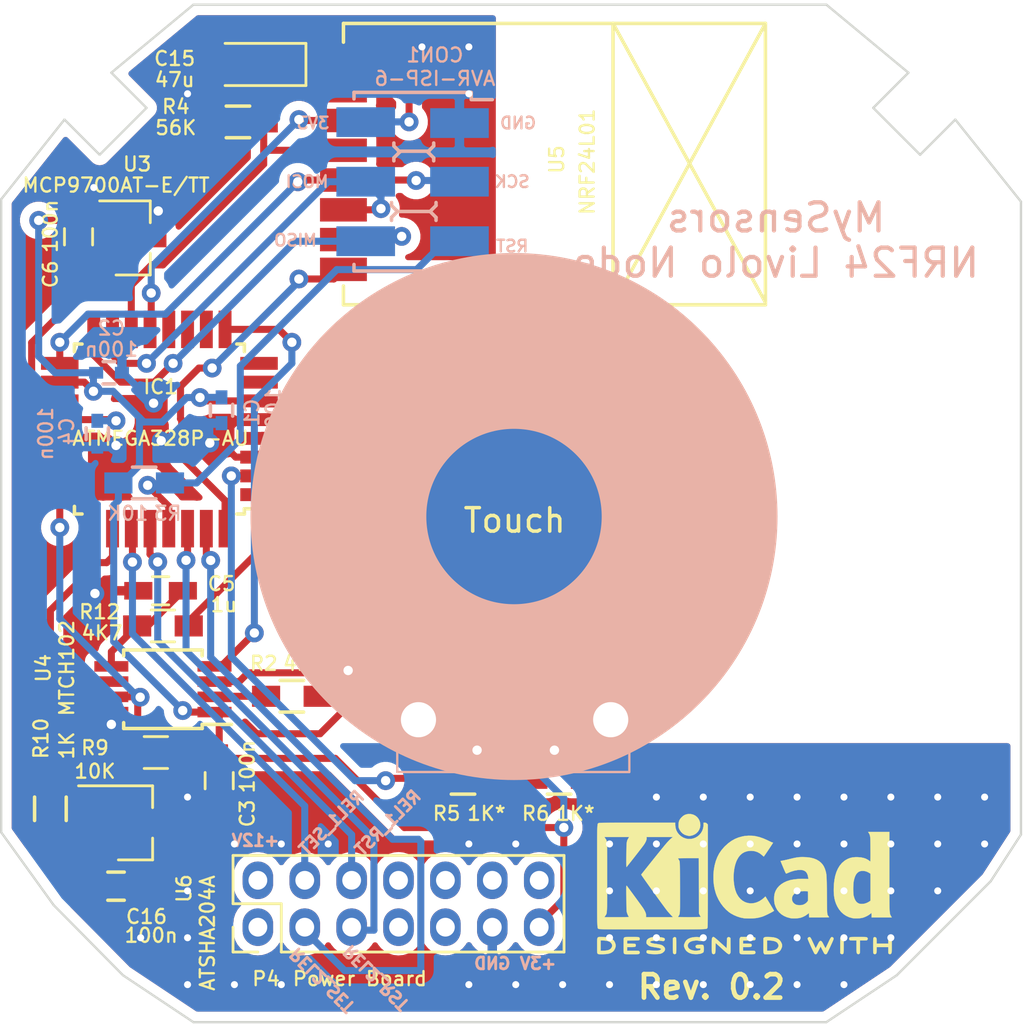
<source format=kicad_pcb>
(kicad_pcb (version 20171130) (host pcbnew 5.0.0-rc1-44a33f2~62~ubuntu16.04.1)
  (layers (0 F.Cu signal) (31 B.Cu signal) (34 B.Paste user) (35 F.Paste user) (36 B.SilkS user) (37 F.SilkS user) (38 B.Mask user) (39 F.Mask user) (44 Edge.Cuts user))
  (net 0 "")
  (net 1 +3V3)
  (net 2 GND)
  (net 3 "Net-(C4-Pad2)")
  (net 4 /RESET)
  (net 5 /MISO)
  (net 6 /SCK)
  (net 7 /MOSI)
  (net 8 "Net-(D5-Pad1)")
  (net 9 "Net-(D6-Pad2)")
  (net 10 /TS1)
  (net 11 /S1_LEDs)
  (net 12 /Relay2_Reset)
  (net 13 /Relay1_Reset)
  (net 14 /Relay2_Set)
  (net 15 /Relay1_Set)
  (net 16 /ATSHA204A)
  (net 17 "Net-(C5-Pad1)")
  (net 18 /RADIO_IRQ)
  (net 19 /RADIO_CSN)
  (net 20 /RADIO_CE)
  (net 21 /MTPM)
  (net 22 /MTSA)
  (net 23 "Net-(R2-Pad2)")
  (net 24 "Net-(R2-Pad1)")
  (net 25 "Net-(U1-Pad2)")
  (net 26 /TEMP_SENS)
  (net 27 "Net-(IC1-Pad22)")
  (net 28 "Net-(IC1-Pad12)")
  (net 29 "Net-(IC1-Pad11)")
  (net 30 "Net-(IC1-Pad10)")
  (net 31 "Net-(IC1-Pad8)")
  (net 32 "Net-(IC1-Pad7)")
  (net 33 "Net-(P4-Pad14)")
  (net 34 "Net-(P4-Pad12)")
  (net 35 "Net-(P4-Pad10)")
  (net 36 "Net-(P4-Pad9)")
  (net 37 "Net-(P4-Pad8)")
  (net 38 "Net-(P4-Pad7)")
  (net 39 "Net-(P4-Pad2)")
  (net 40 "Net-(P4-Pad1)")
  (module Symbols:KiCad-Logo2_6mm_SilkScreen (layer F.Cu) (at 152.4 107.7)
    (fp_text reference REF*** hide)
    (fp_text value KiCad-Logo2_6mm_SilkScreen hide)
  )
  (module Housings_QFP:TQFP-32_7x7mm_Pitch0.8mm (layer F.Cu) (at 127.45 88.3 180)
    (fp_text reference IC1 (at -0.05 1.8) (layer F.SilkS) (effects (font (size 0.6 0.6) (thickness 0.1))))
    (fp_text value ATMEGA328P-AU (at -0.05 -0.4 180) (layer F.SilkS) (effects (font (size 0.6 0.6) (thickness 0.1))))
    (pad 32 smd rect (at -2.8 -4.25 270) (size 1.6 0.55) (layers F.Cu F.Paste F.Mask) (net 18 /RADIO_IRQ))
    (pad 31 smd rect (at -2 -4.25 270) (size 1.6 0.55) (layers F.Cu F.Paste F.Mask) (net 12 /Relay2_Reset))
    (pad 30 smd rect (at -1.2 -4.25 270) (size 1.6 0.55) (layers F.Cu F.Paste F.Mask) (net 14 /Relay2_Set))
    (pad 29 smd rect (at -0.4 -4.25 270) (size 1.6 0.55) (layers F.Cu F.Paste F.Mask) (net 4 /RESET))
    (pad 28 smd rect (at 0.4 -4.25 270) (size 1.6 0.55) (layers F.Cu F.Paste F.Mask) (net 13 /Relay1_Reset))
    (pad 27 smd rect (at 1.2 -4.25 270) (size 1.6 0.55) (layers F.Cu F.Paste F.Mask) (net 15 /Relay1_Set))
    (pad 26 smd rect (at 2 -4.25 270) (size 1.6 0.55) (layers F.Cu F.Paste F.Mask) (net 16 /ATSHA204A))
    (pad 25 smd rect (at 2.8 -4.25 270) (size 1.6 0.55) (layers F.Cu F.Paste F.Mask))
    (pad 24 smd rect (at 4.25 -2.8 180) (size 1.6 0.55) (layers F.Cu F.Paste F.Mask) (net 10 /TS1))
    (pad 23 smd rect (at 4.25 -2 180) (size 1.6 0.55) (layers F.Cu F.Paste F.Mask))
    (pad 22 smd rect (at 4.25 -1.2 180) (size 1.6 0.55) (layers F.Cu F.Paste F.Mask) (net 27 "Net-(IC1-Pad22)"))
    (pad 21 smd rect (at 4.25 -0.4 180) (size 1.6 0.55) (layers F.Cu F.Paste F.Mask) (net 2 GND))
    (pad 20 smd rect (at 4.25 0.4 180) (size 1.6 0.55) (layers F.Cu F.Paste F.Mask) (net 3 "Net-(C4-Pad2)"))
    (pad 19 smd rect (at 4.25 1.2 180) (size 1.6 0.55) (layers F.Cu F.Paste F.Mask) (net 26 /TEMP_SENS))
    (pad 18 smd rect (at 4.25 2 180) (size 1.6 0.55) (layers F.Cu F.Paste F.Mask) (net 1 +3V3))
    (pad 17 smd rect (at 4.25 2.8 180) (size 1.6 0.55) (layers F.Cu F.Paste F.Mask) (net 6 /SCK))
    (pad 16 smd rect (at 2.8 4.25 270) (size 1.6 0.55) (layers F.Cu F.Paste F.Mask) (net 5 /MISO))
    (pad 15 smd rect (at 2 4.25 270) (size 1.6 0.55) (layers F.Cu F.Paste F.Mask) (net 7 /MOSI))
    (pad 14 smd rect (at 1.2 4.25 270) (size 1.6 0.55) (layers F.Cu F.Paste F.Mask) (net 19 /RADIO_CSN))
    (pad 13 smd rect (at 0.4 4.25 270) (size 1.6 0.55) (layers F.Cu F.Paste F.Mask) (net 20 /RADIO_CE))
    (pad 12 smd rect (at -0.4 4.25 270) (size 1.6 0.55) (layers F.Cu F.Paste F.Mask) (net 28 "Net-(IC1-Pad12)"))
    (pad 11 smd rect (at -1.2 4.25 270) (size 1.6 0.55) (layers F.Cu F.Paste F.Mask) (net 29 "Net-(IC1-Pad11)"))
    (pad 10 smd rect (at -2 4.25 270) (size 1.6 0.55) (layers F.Cu F.Paste F.Mask) (net 30 "Net-(IC1-Pad10)"))
    (pad 9 smd rect (at -2.8 4.25 270) (size 1.6 0.55) (layers F.Cu F.Paste F.Mask) (net 21 /MTPM))
    (pad 8 smd rect (at -4.25 2.8 180) (size 1.6 0.55) (layers F.Cu F.Paste F.Mask) (net 31 "Net-(IC1-Pad8)"))
    (pad 7 smd rect (at -4.25 2 180) (size 1.6 0.55) (layers F.Cu F.Paste F.Mask) (net 32 "Net-(IC1-Pad7)"))
    (pad 6 smd rect (at -4.25 1.2 180) (size 1.6 0.55) (layers F.Cu F.Paste F.Mask) (net 1 +3V3))
    (pad 5 smd rect (at -4.25 0.4 180) (size 1.6 0.55) (layers F.Cu F.Paste F.Mask) (net 2 GND))
    (pad 4 smd rect (at -4.25 -0.4 180) (size 1.6 0.55) (layers F.Cu F.Paste F.Mask) (net 1 +3V3))
    (pad 3 smd rect (at -4.25 -1.2 180) (size 1.6 0.55) (layers F.Cu F.Paste F.Mask) (net 2 GND))
    (pad 2 smd rect (at -4.25 -2 180) (size 1.6 0.55) (layers F.Cu F.Paste F.Mask) (net 11 /S1_LEDs))
    (pad 1 smd rect (at -4.25 -2.8 180) (size 1.6 0.55) (layers F.Cu F.Paste F.Mask) (net 22 /MTSA))
  )
  (module myfootprints:Livolo_EU_SW_1_Channel_1Way_Frame_VL-C702X-2_Ver_C1 (layer B.Cu) (at 142.4 91.9 180)
    (fp_text reference REF** hide)
    (fp_text value Livolo_EU_SW_2Ways_Frame_VL-C702X-2_Ver_C1 hide)
  )
  (module TO_SOT_Packages_SMD:SOT-23 (layer F.Cu) (at 126.3 80.15)
    (fp_text reference U3 (at 0.2 -3.15) (layer F.SilkS) (effects (font (size 0.6 0.6) (thickness 0.1))))
    (fp_text value MCP9700AT-E/TT (at -0.7 -2.25) (layer F.SilkS) (effects (font (size 0.6 0.6) (thickness 0.1))))
    (pad 3 smd rect (at 1 0) (size 0.9 0.8) (layers F.Cu F.Paste F.Mask) (net 2 GND))
    (pad 2 smd rect (at -1 0.95) (size 0.9 0.8) (layers F.Cu F.Paste F.Mask) (net 26 /TEMP_SENS))
    (pad 1 smd rect (at -1 -0.95) (size 0.9 0.8) (layers F.Cu F.Paste F.Mask) (net 1 +3V3))
  )
  (module mysensors_radios:NRF24L01-SMD (layer F.Cu) (at 144 77 270)
    (fp_text reference U5 (at -0.2 -0.4 270) (layer F.SilkS) (effects (font (size 0.6 0.6) (thickness 0.1))))
    (fp_text value NRF24L01 (at -0.1 -1.7 270) (layer F.SilkS) (effects (font (size 0.6 0.6) (thickness 0.1))))
    (pad 2 smd rect (at -4.4 8.7 270) (size 1 2) (layers F.Cu F.Paste F.Mask) (net 1 +3V3))
    (pad 1 smd rect (at -3.13 8.7 270) (size 1 2) (layers F.Cu F.Paste F.Mask) (net 2 GND))
    (pad 3 smd rect (at -1.86 8.7 270) (size 1 2) (layers F.Cu F.Paste F.Mask) (net 20 /RADIO_CE))
    (pad 4 smd rect (at -0.59 8.7 270) (size 1 2) (layers F.Cu F.Paste F.Mask) (net 19 /RADIO_CSN))
    (pad 5 smd rect (at 0.68 8.7 270) (size 1 2) (layers F.Cu F.Paste F.Mask) (net 6 /SCK))
    (pad 6 smd rect (at 1.95 8.7 270) (size 1 2) (layers F.Cu F.Paste F.Mask) (net 7 /MOSI))
    (pad 7 smd rect (at 3.22 8.7 270) (size 1 2) (layers F.Cu F.Paste F.Mask) (net 5 /MISO))
    (pad 8 smd rect (at 4.49 8.7 270) (size 1 2) (layers F.Cu F.Paste F.Mask) (net 18 /RADIO_IRQ))
  )
  (module Pin_Headers:Pin_Header_Straight_2x07_Pitch2.00mm (layer F.Cu) (at 131.65 109.55 90)
    (fp_text reference P4 (at -2.2 0.35 180) (layer F.SilkS) (effects (font (size 0.6 0.6) (thickness 0.1))))
    (fp_text value "Power Board" (at -2.2 4.35 180) (layer F.SilkS) (effects (font (size 0.6 0.6) (thickness 0.1))))
    (pad 14 thru_hole oval (at 2 12 90) (size 1.6 1.3) (drill 0.8) (layers *.Cu *.Mask) (net 33 "Net-(P4-Pad14)"))
    (pad 13 thru_hole oval (at 0 12 90) (size 1.6 1.3) (drill 0.8) (layers *.Cu *.Mask) (net 1 +3V3))
    (pad 12 thru_hole oval (at 2 10 90) (size 1.6 1.3) (drill 0.8) (layers *.Cu *.Mask) (net 34 "Net-(P4-Pad12)"))
    (pad 11 thru_hole oval (at 0 10 90) (size 1.6 1.3) (drill 0.8) (layers *.Cu *.Mask) (net 2 GND))
    (pad 10 thru_hole oval (at 2 8 90) (size 1.6 1.3) (drill 0.8) (layers *.Cu *.Mask) (net 35 "Net-(P4-Pad10)"))
    (pad 9 thru_hole oval (at 0 8 90) (size 1.6 1.3) (drill 0.8) (layers *.Cu *.Mask) (net 36 "Net-(P4-Pad9)"))
    (pad 8 thru_hole oval (at 2 6 90) (size 1.6 1.3) (drill 0.8) (layers *.Cu *.Mask) (net 37 "Net-(P4-Pad8)"))
    (pad 7 thru_hole oval (at 0 6 90) (size 1.6 1.3) (drill 0.8) (layers *.Cu *.Mask) (net 38 "Net-(P4-Pad7)"))
    (pad 6 thru_hole oval (at 2 4 90) (size 1.6 1.3) (drill 0.8) (layers *.Cu *.Mask) (net 13 /Relay1_Reset))
    (pad 5 thru_hole oval (at 0 4 90) (size 1.6 1.3) (drill 0.8) (layers *.Cu *.Mask) (net 14 /Relay2_Set))
    (pad 4 thru_hole oval (at 2 2 90) (size 1.6 1.3) (drill 0.8) (layers *.Cu *.Mask) (net 15 /Relay1_Set))
    (pad 3 thru_hole oval (at 0 2 90) (size 1.6 1.3) (drill 0.8) (layers *.Cu *.Mask) (net 12 /Relay2_Reset))
    (pad 2 thru_hole oval (at 2 0 90) (size 1.6 1.3) (drill 0.8) (layers *.Cu *.Mask) (net 39 "Net-(P4-Pad2)"))
    (pad 1 thru_hole oval (at 0 0 90) (size 1.6 1.3) (drill 0.8) (layers *.Cu *.Mask) (net 40 "Net-(P4-Pad1)"))
  )
  (module Resistors_SMD:R_0603_HandSoldering (layer F.Cu) (at 133.1 99.7 180)
    (fp_text reference R2 (at 1.2 1.4 180) (layer F.SilkS) (effects (font (size 0.6 0.6) (thickness 0.1))))
    (fp_text value 4K7 (at -0.5 1.4 180) (layer F.SilkS) (effects (font (size 0.6 0.6) (thickness 0.1))))
    (pad 2 smd rect (at 1.1 0 180) (size 1.2 0.9) (layers F.Cu F.Paste F.Mask) (net 23 "Net-(R2-Pad2)"))
    (pad 1 smd rect (at -1.1 0 180) (size 1.2 0.9) (layers F.Cu F.Paste F.Mask) (net 24 "Net-(R2-Pad1)"))
  )
  (module myfootprints:AVR_ISP_SMT_Small_02x03 (layer B.Cu) (at 138.25 77.75 270)
    (fp_text reference CON1 (at -5.4 -0.95) (layer B.SilkS) (effects (font (size 0.6 0.6) (thickness 0.1)) (justify mirror)))
    (fp_text value AVR-ISP-6 (at -4.4 -0.95 180) (layer B.SilkS) (effects (font (size 0.6 0.6) (thickness 0.1)) (justify mirror)))
    (pad 2 smd rect (at -2.54 2 270) (size 1.27 2.5) (layers B.Cu B.Paste B.Mask) (net 1 +3V3))
    (pad 4 smd rect (at 0 2 270) (size 1.27 2.5) (layers B.Cu B.Paste B.Mask) (net 7 /MOSI))
    (pad 6 smd rect (at 2.54 2 270) (size 1.27 2.5) (layers B.Cu B.Paste B.Mask) (net 5 /MISO))
    (pad 5 smd rect (at 2.54 -2 270) (size 1.27 2.5) (layers B.Cu B.Paste B.Mask) (net 4 /RESET))
    (pad 3 smd rect (at 0 -2 270) (size 1.27 2.5) (layers B.Cu B.Paste B.Mask) (net 6 /SCK))
    (pad 1 smd rect (at -2.5 -2 270) (size 1.27 2.5) (layers B.Cu B.Paste B.Mask) (net 2 GND))
  )
  (module Resistors_SMD:R_0603_HandSoldering (layer F.Cu) (at 122.8 104.5 90)
    (fp_text reference R10 (at 3 -0.4 90) (layer F.SilkS) (effects (font (size 0.6 0.6) (thickness 0.1))))
    (fp_text value 1K (at 2.7 0.7 90) (layer F.SilkS) (effects (font (size 0.6 0.6) (thickness 0.1))))
    (pad 1 smd rect (at -1.1 0 90) (size 1.2 0.9) (layers F.Cu F.Paste F.Mask) (net 1 +3V3))
    (pad 2 smd rect (at 1.1 0 90) (size 1.2 0.9) (layers F.Cu F.Paste F.Mask) (net 16 /ATSHA204A))
  )
  (module myfootprints:hole_1.5mm (layer F.Cu) (at 146.7 100.7)
    (fp_text reference REF** hide)
    (fp_text value hole_1.5mm hide)
    (pad "" np_thru_hole circle (at 0 0) (size 1.5 1.5) (drill 1.5) (layers *.Cu *.Mask))
  )
  (module myfootprints:hole_1.5mm (layer F.Cu) (at 138.5 100.7)
    (fp_text reference REF** hide)
    (fp_text value hole_1.5mm hide)
    (pad "" np_thru_hole circle (at 0 0) (size 1.5 1.5) (drill 1.5) (layers *.Cu *.Mask))
  )
  (module Capacitors_SMD:C_0402 (layer B.Cu) (at 124.8 88.5 90)
    (fp_text reference C4 (at 0.1 -1.3 -90) (layer B.SilkS) (effects (font (size 0.6 0.6) (thickness 0.1)) (justify mirror)))
    (fp_text value 100n (at 0 -2.2 -90) (layer B.SilkS) (effects (font (size 0.6 0.6) (thickness 0.1)) (justify mirror)))
    (pad 1 smd rect (at -0.55 0 90) (size 0.6 0.5) (layers B.Cu B.Paste B.Mask) (net 2 GND))
    (pad 2 smd rect (at 0.55 0 90) (size 0.6 0.5) (layers B.Cu B.Paste B.Mask) (net 3 "Net-(C4-Pad2)"))
  )
  (module Capacitors_SMD:C_0402 (layer B.Cu) (at 125.3 85.9 180)
    (fp_text reference C2 (at -0.1 1.9 180) (layer B.SilkS) (effects (font (size 0.6 0.6) (thickness 0.1)) (justify mirror)))
    (fp_text value 100n (at -0.1 1 180) (layer B.SilkS) (effects (font (size 0.6 0.6) (thickness 0.1)) (justify mirror)))
    (pad 1 smd rect (at -0.55 0 180) (size 0.6 0.5) (layers B.Cu B.Paste B.Mask) (net 2 GND))
    (pad 2 smd rect (at 0.55 0 180) (size 0.6 0.5) (layers B.Cu B.Paste B.Mask) (net 1 +3V3))
  )
  (module Capacitors_SMD:C_0402 (layer B.Cu) (at 130.1 87.5 270)
    (fp_text reference C1 (at 0.1 -1.3 270) (layer B.SilkS) (effects (font (size 0.6 0.6) (thickness 0.1)) (justify mirror)))
    (fp_text value 100n (at 0.2 -2.2 270) (layer B.SilkS) (effects (font (size 0.6 0.6) (thickness 0.1)) (justify mirror)))
    (pad 1 smd rect (at -0.55 0 270) (size 0.6 0.5) (layers B.Cu B.Paste B.Mask) (net 1 +3V3))
    (pad 2 smd rect (at 0.55 0 270) (size 0.6 0.5) (layers B.Cu B.Paste B.Mask) (net 2 GND))
  )
  (module Diodes_SMD:D_0603 (layer B.Cu) (at 144.15 101.95 180)
    (fp_text reference D5 (at -1.05 1.05 180) (layer B.SilkS) (effects (font (size 0.6 0.6) (thickness 0.1)) (justify mirror)))
    (fp_text value Red (at 0.55 1.05 180) (layer B.SilkS) (effects (font (size 0.6 0.6) (thickness 0.1)) (justify mirror)))
    (pad 1 smd rect (at -0.85 0 180) (size 0.6 0.8) (layers B.Cu B.Paste B.Mask) (net 8 "Net-(D5-Pad1)"))
    (pad 2 smd rect (at 0.85 0 180) (size 0.6 0.8) (layers B.Cu B.Paste B.Mask) (net 1 +3V3))
  )
  (module Diodes_SMD:D_0603 (layer B.Cu) (at 140.8 101.95)
    (fp_text reference D6 (at 1.2 -1.05) (layer B.SilkS) (effects (font (size 0.6 0.6) (thickness 0.1)) (justify mirror)))
    (fp_text value Blue (at -0.6 -1.05) (layer B.SilkS) (effects (font (size 0.6 0.6) (thickness 0.1)) (justify mirror)))
    (pad 2 smd rect (at 0.85 0) (size 0.6 0.8) (layers B.Cu B.Paste B.Mask) (net 9 "Net-(D6-Pad2)"))
    (pad 1 smd rect (at -0.85 0) (size 0.6 0.8) (layers B.Cu B.Paste B.Mask) (net 2 GND))
  )
  (module Resistors_SMD:R_0603_HandSoldering (layer B.Cu) (at 126.8 90.6)
    (fp_text reference R3 (at 1 1.3 -180) (layer B.SilkS) (effects (font (size 0.6 0.6) (thickness 0.1)) (justify mirror)))
    (fp_text value 10K (at -0.7 1.3) (layer B.SilkS) (effects (font (size 0.6 0.6) (thickness 0.1)) (justify mirror)))
    (pad 1 smd rect (at -1.1 0) (size 1.2 0.9) (layers B.Cu B.Paste B.Mask) (net 1 +3V3))
    (pad 2 smd rect (at 1.1 0) (size 1.2 0.9) (layers B.Cu B.Paste B.Mask) (net 4 /RESET))
  )
  (module Resistors_SMD:R_0603_HandSoldering (layer F.Cu) (at 130.8 75.2 180)
    (fp_text reference R4 (at 2.65 0.65) (layer F.SilkS) (effects (font (size 0.6 0.6) (thickness 0.1))))
    (fp_text value 56K (at 2.65 -0.25) (layer F.SilkS) (effects (font (size 0.6 0.6) (thickness 0.1))))
    (pad 2 smd rect (at 1.1 0 180) (size 1.2 0.9) (layers F.Cu F.Paste F.Mask) (net 1 +3V3))
    (pad 1 smd rect (at -1.1 0 180) (size 1.2 0.9) (layers F.Cu F.Paste F.Mask) (net 19 /RADIO_CSN))
  )
  (module Resistors_SMD:R_0603_HandSoldering (layer F.Cu) (at 140.4 103.2 180)
    (fp_text reference R5 (at 0.7 -1.5 180) (layer F.SilkS) (effects (font (size 0.6 0.6) (thickness 0.1))))
    (fp_text value 1K* (at -1 -1.5 180) (layer F.SilkS) (effects (font (size 0.6 0.6) (thickness 0.1))))
    (pad 1 smd rect (at -1.1 0 180) (size 1.2 0.9) (layers F.Cu F.Paste F.Mask) (net 9 "Net-(D6-Pad2)"))
    (pad 2 smd rect (at 1.1 0 180) (size 1.2 0.9) (layers F.Cu F.Paste F.Mask) (net 11 /S1_LEDs))
  )
  (module Resistors_SMD:R_0603_HandSoldering (layer F.Cu) (at 144.5 103.2 180)
    (fp_text reference R6 (at 1 -1.5) (layer F.SilkS) (effects (font (size 0.6 0.6) (thickness 0.1))))
    (fp_text value 1K* (at -0.7 -1.5) (layer F.SilkS) (effects (font (size 0.6 0.6) (thickness 0.1))))
    (pad 2 smd rect (at 1.1 0 180) (size 1.2 0.9) (layers F.Cu F.Paste F.Mask) (net 11 /S1_LEDs))
    (pad 1 smd rect (at -1.1 0 180) (size 1.2 0.9) (layers F.Cu F.Paste F.Mask) (net 8 "Net-(D5-Pad1)"))
  )
  (module Capacitors_SMD:C_0603_HandSoldering (layer F.Cu) (at 125.6 107.8 180)
    (fp_text reference C16 (at -1.3 -1.3 180) (layer F.SilkS) (effects (font (size 0.6 0.6) (thickness 0.1))))
    (fp_text value 100n (at -1.5 -2.1 180) (layer F.SilkS) (effects (font (size 0.6 0.6) (thickness 0.1))))
    (pad 2 smd rect (at 0.95 0 180) (size 1.2 0.75) (layers F.Cu F.Paste F.Mask) (net 1 +3V3))
    (pad 1 smd rect (at -0.95 0 180) (size 1.2 0.75) (layers F.Cu F.Paste F.Mask) (net 2 GND))
  )
  (module Capacitors_Tantalum_SMD:CP_Tantalum_Case-R_EIA-2012-12_Wave (layer F.Cu) (at 131.25 72.75 180)
    (fp_text reference C15 (at 3.15 0.25) (layer F.SilkS) (effects (font (size 0.6 0.6) (thickness 0.1))))
    (fp_text value 47u (at 3.15 -0.65) (layer F.SilkS) (effects (font (size 0.6 0.6) (thickness 0.1))))
    (pad 2 smd rect (at 1.275 0 180) (size 1.75 1.26) (layers F.Cu F.Paste F.Mask) (net 2 GND))
    (pad 1 smd rect (at -1.275 0 180) (size 1.75 1.26) (layers F.Cu F.Paste F.Mask) (net 1 +3V3))
  )
  (module Capacitors_SMD:C_0603_HandSoldering (layer F.Cu) (at 127.5 95.2 180)
    (fp_text reference C5 (at -2.6 0.3) (layer F.SilkS) (effects (font (size 0.6 0.6) (thickness 0.1))))
    (fp_text value 1u (at -2.7 -0.6) (layer F.SilkS) (effects (font (size 0.6 0.6) (thickness 0.1))))
    (pad 1 smd rect (at -0.95 0 180) (size 1.2 0.75) (layers F.Cu F.Paste F.Mask) (net 17 "Net-(C5-Pad1)"))
    (pad 2 smd rect (at 0.95 0 180) (size 1.2 0.75) (layers F.Cu F.Paste F.Mask) (net 2 GND))
  )
  (module Resistors_SMD:R_0603_HandSoldering (layer F.Cu) (at 127.3 102.1 180)
    (fp_text reference R9 (at 2.6 0.2 180) (layer F.SilkS) (effects (font (size 0.6 0.6) (thickness 0.1))))
    (fp_text value 10K (at 2.6 -0.8 180) (layer F.SilkS) (effects (font (size 0.6 0.6) (thickness 0.1))))
    (pad 1 smd rect (at -1.1 0 180) (size 1.2 0.9) (layers F.Cu F.Paste F.Mask) (net 1 +3V3))
    (pad 2 smd rect (at 1.1 0 180) (size 1.2 0.9) (layers F.Cu F.Paste F.Mask) (net 10 /TS1))
  )
  (module Resistors_SMD:R_0603_HandSoldering (layer F.Cu) (at 127.6 96.7 180)
    (fp_text reference R12 (at 2.7 0.6 180) (layer F.SilkS) (effects (font (size 0.6 0.6) (thickness 0.1))))
    (fp_text value 4K7 (at 2.6 -0.3 180) (layer F.SilkS) (effects (font (size 0.6 0.6) (thickness 0.1))))
    (pad 1 smd rect (at -1.1 0 180) (size 1.2 0.9) (layers F.Cu F.Paste F.Mask) (net 22 /MTSA))
    (pad 2 smd rect (at 1.1 0 180) (size 1.2 0.9) (layers F.Cu F.Paste F.Mask) (net 17 "Net-(C5-Pad1)"))
  )
  (module Capacitors_SMD:C_0603_HandSoldering (layer F.Cu) (at 130 103.3 270)
    (fp_text reference C3 (at 1.4 -1.2 270) (layer F.SilkS) (effects (font (size 0.6 0.6) (thickness 0.1))))
    (fp_text value 100n (at -0.6 -1.2 270) (layer F.SilkS) (effects (font (size 0.6 0.6) (thickness 0.1))))
    (pad 1 smd rect (at -0.95 0 270) (size 1.2 0.75) (layers F.Cu F.Paste F.Mask) (net 1 +3V3))
    (pad 2 smd rect (at 0.95 0 270) (size 1.2 0.75) (layers F.Cu F.Paste F.Mask) (net 2 GND))
  )
  (module myfootprints:livolo_ts_guard_cut_simple (layer F.Cu) (at 142.6 92.3 270)
    (fp_text reference U1 hide)
    (fp_text value Touch (at -0.1 0) (layer F.SilkS))
    (fp_arc (start -0.055369 -0.230343) (end 3.857018 6.8) (angle 118.1839051) (layer F.Cu) (width 0.3))
    (fp_arc (start -0.266992 0.024262) (end -8.1 0) (angle 219.6464859) (layer F.Cu) (width 0.3))
    (fp_line (start 6.255212 4.344967) (end -4.54497 -6.455215) (layer F.Cu) (width 0.3))
    (fp_line (start 7.381422 -1.420079) (end -1.669594 7.630937) (layer F.Cu) (width 0.3))
    (fp_line (start 3.304686 3.819381) (end -5.90735 -5.392655) (layer F.Cu) (width 0.3))
    (fp_line (start 3.831181 6.768906) (end -6.968907 -4.031182) (layer F.Cu) (width 0.3))
    (fp_line (start -2.626134 7.375467) (end 7.174697 -2.425364) (layer F.Cu) (width 0.3))
    (fp_line (start 7.340848 -1.840587) (end 1.640573 -7.540862) (layer F.Cu) (width 0.3))
    (fp_line (start 5.151464 4.446459) (end 7.149561 2.448362) (layer F.Cu) (width 0.3))
    (fp_line (start 7.066725 2.73338) (end -2.983341 -7.316686) (layer F.Cu) (width 0.3))
    (fp_line (start -5.650362 5.551665) (end 5.351633 -5.45033) (layer F.Cu) (width 0.3))
    (fp_line (start 4.695133 -6.00585) (end -6.205867 4.89515) (layer F.Cu) (width 0.3))
    (fp_line (start 1.421447 -7.579224) (end -7.829748 1.671971) (layer F.Cu) (width 0.3))
    (fp_line (start -6.46339 -4.736755) (end 2.696723 4.423358) (layer F.Cu) (width 0.3))
    (fp_line (start 6.818965 -3.281652) (end -3.482939 7.020252) (layer F.Cu) (width 0.3))
    (fp_line (start -3.788858 -6.911153) (end 6.711153 3.588858) (layer F.Cu) (width 0.3))
    (fp_line (start -8.043097 0.67322) (end 0.315493 -7.68537) (layer F.Cu) (width 0.3))
    (fp_line (start 2.718276 5.667847) (end 0.642281 7.743842) (layer F.Cu) (width 0.3))
    (fp_line (start -7.936972 -1.363177) (end 1.113515 7.68731) (layer F.Cu) (width 0.3))
    (fp_line (start 0.234376 -7.734959) (end 7.53494 -0.434395) (layer F.Cu) (width 0.3))
    (fp_line (start -0.042778 7.743007) (end -8.051762 -0.265977) (layer F.Cu) (width 0.3))
    (fp_line (start -2.952562 7.257293) (end -7.455153 2.754702) (layer F.Cu) (width 0.3))
    (fp_line (start -7.94913 1.048735) (end -1.348738 7.649127) (layer F.Cu) (width 0.3))
    (fp_line (start 3.23445 -6.968227) (end -7.168184 3.434407) (layer F.Cu) (width 0.3))
    (fp_line (start -2.027397 -7.572682) (end 7.322668 1.777383) (layer F.Cu) (width 0.3))
    (fp_line (start 7.528951 0.771616) (end -0.922203 -7.679538) (layer F.Cu) (width 0.3))
    (fp_line (start -5.251482 -5.948757) (end 5.748753 5.051478) (layer F.Cu) (width 0.3))
    (fp_line (start -7.374872 -3.225187) (end 3.025418 7.175103) (layer F.Cu) (width 0.3))
    (fp_line (start 2.119155 7.48088) (end -7.681196 -2.319471) (layer F.Cu) (width 0.3))
    (fp_line (start -0.61408 7.787493) (end 7.536939 -0.363526) (layer F.Cu) (width 0.3))
    (fp_line (start -6.711917 4.18924) (end 3.988667 -6.511344) (layer F.Cu) (width 0.3))
    (fp_line (start -0.890361 -7.691516) (end -8.04927 -0.532607) (layer F.Cu) (width 0.3))
    (fp_line (start 5.906638 -4.793365) (end -4.993763 6.107036) (layer F.Cu) (width 0.3))
    (fp_line (start -4.288993 6.614286) (end 6.412653 -4.08736) (layer F.Cu) (width 0.3))
    (fp_line (start -7.523576 2.577899) (end 2.377187 -7.322864) (layer F.Cu) (width 0.3))
    (fp_line (start -7.747169 -2.046808) (end -2.29343 -7.500547) (layer F.Cu) (width 0.3))
    (fp_line (start 2.152374 7.454247) (end 3.315817 6.290804) (layer F.Cu) (width 0.3))
    (fp_line (start 7.493069 0.893054) (end 4.545752 3.840371) (layer F.Cu) (width 0.3))
    (pad 1 smd circle (at -0.266992 0.024262 270) (size 15 15) (layers B.Cu) (net 24 "Net-(R2-Pad1)"))
    (pad 2 smd circle (at 3.8 6.8 270) (size 0.5 0.5) (layers F.Cu) (net 25 "Net-(U1-Pad2)"))
    (pad 2 smd circle (at 5.7 5 270) (size 0.5 0.5) (layers F.Cu) (net 25 "Net-(U1-Pad2)"))
  )
  (module Capacitors_SMD:C_0603_HandSoldering (layer F.Cu) (at 124 80.1 90)
    (fp_text reference C6 (at -1.6 -1.2 90) (layer F.SilkS) (effects (font (size 0.6 0.6) (thickness 0.1))))
    (fp_text value 100n (at 0.45 -1.2 90) (layer F.SilkS) (effects (font (size 0.6 0.6) (thickness 0.1))))
    (pad 2 smd rect (at 0.95 0 90) (size 1.2 0.75) (layers F.Cu F.Paste F.Mask) (net 1 +3V3))
    (pad 1 smd rect (at -0.95 0 90) (size 1.2 0.75) (layers F.Cu F.Paste F.Mask) (net 2 GND))
  )
  (module Housings_SSOP:MSOP-8_3x3mm_Pitch0.65mm (layer F.Cu) (at 127.6 99.4 180)
    (fp_text reference U4 (at 5.1 0.9 270) (layer F.SilkS) (effects (font (size 0.6 0.6) (thickness 0.1))))
    (fp_text value MTCH102 (at 4.1 0.9 270) (layer F.SilkS) (effects (font (size 0.6 0.6) (thickness 0.1))))
    (pad 8 smd rect (at 2.2 -0.975 180) (size 1.45 0.45) (layers F.Cu F.Paste F.Mask) (net 2 GND))
    (pad 7 smd rect (at 2.2 -0.325 180) (size 1.45 0.45) (layers F.Cu F.Paste F.Mask) (net 10 /TS1))
    (pad 6 smd rect (at 2.2 0.325 180) (size 1.45 0.45) (layers F.Cu F.Paste F.Mask) (net 2 GND))
    (pad 5 smd rect (at 2.2 0.975 180) (size 1.45 0.45) (layers F.Cu F.Paste F.Mask) (net 17 "Net-(C5-Pad1)"))
    (pad 4 smd rect (at -2.2 0.975 180) (size 1.45 0.45) (layers F.Cu F.Paste F.Mask) (net 21 /MTPM))
    (pad 3 smd rect (at -2.2 0.325 180) (size 1.45 0.45) (layers F.Cu F.Paste F.Mask) (net 25 "Net-(U1-Pad2)"))
    (pad 2 smd rect (at -2.2 -0.325 180) (size 1.45 0.45) (layers F.Cu F.Paste F.Mask) (net 23 "Net-(R2-Pad2)"))
    (pad 1 smd rect (at -2.2 -0.975 180) (size 1.45 0.45) (layers F.Cu F.Paste F.Mask) (net 1 +3V3))
  )
  (module TO_SOT_Packages_SMD:SOT-23_Handsoldering (layer F.Cu) (at 126.4 105.1)
    (fp_text reference U6 (at 2.1 2.8 90) (layer F.SilkS) (effects (font (size 0.6 0.6) (thickness 0.1))))
    (fp_text value ATSHA204A (at 3.1 4.7 90) (layer F.SilkS) (effects (font (size 0.6 0.6) (thickness 0.1))))
    (pad 3 smd rect (at 1.5 0) (size 1.9 0.8) (layers F.Cu F.Paste F.Mask) (net 2 GND))
    (pad 2 smd rect (at -1.5 0.95) (size 1.9 0.8) (layers F.Cu F.Paste F.Mask) (net 1 +3V3))
    (pad 1 smd rect (at -1.5 -0.95) (size 1.9 0.8) (layers F.Cu F.Paste F.Mask) (net 16 /ATSHA204A))
  )
  (module VIA_MATRIX (layer F.Cu) (at 138.649999 72)
    (fp_text reference V9_1 hide)
    (fp_text value AUTO_VIA hide)
    (pad 1 thru_hole circle (at 0 0) (size 0.45 0.45) (drill 0.3) (layers *.Cu) (net 2 GND) (clearance 0.3))
  )
  (module VIA_MATRIX (layer F.Cu) (at 140.649999 72)
    (fp_text reference V10_1 hide)
    (fp_text value AUTO_VIA hide)
    (pad 1 thru_hole circle (at 0 0) (size 0.45 0.45) (drill 0.3) (layers *.Cu) (net 2 GND) (clearance 0.3))
  )
  (module VIA_MATRIX (layer F.Cu) (at 128.649999 74)
    (fp_text reference V4_2 hide)
    (fp_text value AUTO_VIA hide)
    (pad 1 thru_hole circle (at 0 0) (size 0.45 0.45) (drill 0.3) (layers *.Cu) (net 2 GND) (clearance 0.3))
  )
  (module VIA_MATRIX (layer F.Cu) (at 140.649999 74)
    (fp_text reference V10_2 hide)
    (fp_text value AUTO_VIA hide)
    (pad 1 thru_hole circle (at 0 0) (size 0.45 0.45) (drill 0.3) (layers *.Cu) (net 2 GND) (clearance 0.3))
  )
  (module VIA_MATRIX (layer F.Cu) (at 124.649999 78)
    (fp_text reference V2_4 hide)
    (fp_text value AUTO_VIA hide)
    (pad 1 thru_hole circle (at 0 0) (size 0.45 0.45) (drill 0.3) (layers *.Cu) (net 2 GND) (clearance 0.3))
  )
  (module VIA_MATRIX (layer F.Cu) (at 128.649999 104)
    (fp_text reference V4_17 hide)
    (fp_text value AUTO_VIA hide)
    (pad 1 thru_hole circle (at 0 0) (size 0.45 0.45) (drill 0.3) (layers *.Cu) (net 2 GND) (clearance 0.3))
  )
  (module VIA_MATRIX (layer F.Cu) (at 148.649999 104)
    (fp_text reference V14_17 hide)
    (fp_text value AUTO_VIA hide)
    (pad 1 thru_hole circle (at 0 0) (size 0.45 0.45) (drill 0.3) (layers *.Cu) (net 2 GND) (clearance 0.3))
  )
  (module VIA_MATRIX (layer F.Cu) (at 150.649999 104)
    (fp_text reference V15_17 hide)
    (fp_text value AUTO_VIA hide)
    (pad 1 thru_hole circle (at 0 0) (size 0.45 0.45) (drill 0.3) (layers *.Cu) (net 2 GND) (clearance 0.3))
  )
  (module VIA_MATRIX (layer F.Cu) (at 152.649999 104)
    (fp_text reference V16_17 hide)
    (fp_text value AUTO_VIA hide)
    (pad 1 thru_hole circle (at 0 0) (size 0.45 0.45) (drill 0.3) (layers *.Cu) (net 2 GND) (clearance 0.3))
  )
  (module VIA_MATRIX (layer F.Cu) (at 154.649999 104)
    (fp_text reference V17_17 hide)
    (fp_text value AUTO_VIA hide)
    (pad 1 thru_hole circle (at 0 0) (size 0.45 0.45) (drill 0.3) (layers *.Cu) (net 2 GND) (clearance 0.3))
  )
  (module VIA_MATRIX (layer F.Cu) (at 156.649999 104)
    (fp_text reference V18_17 hide)
    (fp_text value AUTO_VIA hide)
    (pad 1 thru_hole circle (at 0 0) (size 0.45 0.45) (drill 0.3) (layers *.Cu) (net 2 GND) (clearance 0.3))
  )
  (module VIA_MATRIX (layer F.Cu) (at 158.649999 104)
    (fp_text reference V19_17 hide)
    (fp_text value AUTO_VIA hide)
    (pad 1 thru_hole circle (at 0 0) (size 0.45 0.45) (drill 0.3) (layers *.Cu) (net 2 GND) (clearance 0.3))
  )
  (module VIA_MATRIX (layer F.Cu) (at 160.649999 104)
    (fp_text reference V20_17 hide)
    (fp_text value AUTO_VIA hide)
    (pad 1 thru_hole circle (at 0 0) (size 0.45 0.45) (drill 0.3) (layers *.Cu) (net 2 GND) (clearance 0.3))
  )
  (module VIA_MATRIX (layer F.Cu) (at 162.649999 104)
    (fp_text reference V21_17 hide)
    (fp_text value AUTO_VIA hide)
    (pad 1 thru_hole circle (at 0 0) (size 0.45 0.45) (drill 0.3) (layers *.Cu) (net 2 GND) (clearance 0.3))
  )
  (module VIA_MATRIX (layer F.Cu) (at 130.649999 106)
    (fp_text reference V5_18 hide)
    (fp_text value AUTO_VIA hide)
    (pad 1 thru_hole circle (at 0 0) (size 0.45 0.45) (drill 0.3) (layers *.Cu) (net 2 GND) (clearance 0.3))
  )
  (module VIA_MATRIX (layer F.Cu) (at 132.649999 106)
    (fp_text reference V6_18 hide)
    (fp_text value AUTO_VIA hide)
    (pad 1 thru_hole circle (at 0 0) (size 0.45 0.45) (drill 0.3) (layers *.Cu) (net 2 GND) (clearance 0.3))
  )
  (module VIA_MATRIX (layer F.Cu) (at 134.649999 106)
    (fp_text reference V7_18 hide)
    (fp_text value AUTO_VIA hide)
    (pad 1 thru_hole circle (at 0 0) (size 0.45 0.45) (drill 0.3) (layers *.Cu) (net 2 GND) (clearance 0.3))
  )
  (module VIA_MATRIX (layer F.Cu) (at 140.649999 106)
    (fp_text reference V10_18 hide)
    (fp_text value AUTO_VIA hide)
    (pad 1 thru_hole circle (at 0 0) (size 0.45 0.45) (drill 0.3) (layers *.Cu) (net 2 GND) (clearance 0.3))
  )
  (module VIA_MATRIX (layer F.Cu) (at 142.649999 106)
    (fp_text reference V11_18 hide)
    (fp_text value AUTO_VIA hide)
    (pad 1 thru_hole circle (at 0 0) (size 0.45 0.45) (drill 0.3) (layers *.Cu) (net 2 GND) (clearance 0.3))
  )
  (module VIA_MATRIX (layer F.Cu) (at 146.649999 106)
    (fp_text reference V13_18 hide)
    (fp_text value AUTO_VIA hide)
    (pad 1 thru_hole circle (at 0 0) (size 0.45 0.45) (drill 0.3) (layers *.Cu) (net 2 GND) (clearance 0.3))
  )
  (module VIA_MATRIX (layer F.Cu) (at 148.649999 106)
    (fp_text reference V14_18 hide)
    (fp_text value AUTO_VIA hide)
    (pad 1 thru_hole circle (at 0 0) (size 0.45 0.45) (drill 0.3) (layers *.Cu) (net 2 GND) (clearance 0.3))
  )
  (module VIA_MATRIX (layer F.Cu) (at 150.649999 106)
    (fp_text reference V15_18 hide)
    (fp_text value AUTO_VIA hide)
    (pad 1 thru_hole circle (at 0 0) (size 0.45 0.45) (drill 0.3) (layers *.Cu) (net 2 GND) (clearance 0.3))
  )
  (module VIA_MATRIX (layer F.Cu) (at 152.649999 106)
    (fp_text reference V16_18 hide)
    (fp_text value AUTO_VIA hide)
    (pad 1 thru_hole circle (at 0 0) (size 0.45 0.45) (drill 0.3) (layers *.Cu) (net 2 GND) (clearance 0.3))
  )
  (module VIA_MATRIX (layer F.Cu) (at 154.649999 106)
    (fp_text reference V17_18 hide)
    (fp_text value AUTO_VIA hide)
    (pad 1 thru_hole circle (at 0 0) (size 0.45 0.45) (drill 0.3) (layers *.Cu) (net 2 GND) (clearance 0.3))
  )
  (module VIA_MATRIX (layer F.Cu) (at 156.649999 106)
    (fp_text reference V18_18 hide)
    (fp_text value AUTO_VIA hide)
    (pad 1 thru_hole circle (at 0 0) (size 0.45 0.45) (drill 0.3) (layers *.Cu) (net 2 GND) (clearance 0.3))
  )
  (module VIA_MATRIX (layer F.Cu) (at 158.649999 106)
    (fp_text reference V19_18 hide)
    (fp_text value AUTO_VIA hide)
    (pad 1 thru_hole circle (at 0 0) (size 0.45 0.45) (drill 0.3) (layers *.Cu) (net 2 GND) (clearance 0.3))
  )
  (module VIA_MATRIX (layer F.Cu) (at 160.649999 106)
    (fp_text reference V20_18 hide)
    (fp_text value AUTO_VIA hide)
    (pad 1 thru_hole circle (at 0 0) (size 0.45 0.45) (drill 0.3) (layers *.Cu) (net 2 GND) (clearance 0.3))
  )
  (module VIA_MATRIX (layer F.Cu) (at 162.649999 106)
    (fp_text reference V21_18 hide)
    (fp_text value AUTO_VIA hide)
    (pad 1 thru_hole circle (at 0 0) (size 0.45 0.45) (drill 0.3) (layers *.Cu) (net 2 GND) (clearance 0.3))
  )
  (module VIA_MATRIX (layer F.Cu) (at 128.649999 108)
    (fp_text reference V4_19 hide)
    (fp_text value AUTO_VIA hide)
    (pad 1 thru_hole circle (at 0 0) (size 0.45 0.45) (drill 0.3) (layers *.Cu) (net 2 GND) (clearance 0.3))
  )
  (module VIA_MATRIX (layer F.Cu) (at 146.649999 108)
    (fp_text reference V13_19 hide)
    (fp_text value AUTO_VIA hide)
    (pad 1 thru_hole circle (at 0 0) (size 0.45 0.45) (drill 0.3) (layers *.Cu) (net 2 GND) (clearance 0.3))
  )
  (module VIA_MATRIX (layer F.Cu) (at 148.649999 108)
    (fp_text reference V14_19 hide)
    (fp_text value AUTO_VIA hide)
    (pad 1 thru_hole circle (at 0 0) (size 0.45 0.45) (drill 0.3) (layers *.Cu) (net 2 GND) (clearance 0.3))
  )
  (module VIA_MATRIX (layer F.Cu) (at 150.649999 108)
    (fp_text reference V15_19 hide)
    (fp_text value AUTO_VIA hide)
    (pad 1 thru_hole circle (at 0 0) (size 0.45 0.45) (drill 0.3) (layers *.Cu) (net 2 GND) (clearance 0.3))
  )
  (module VIA_MATRIX (layer F.Cu) (at 152.649999 108)
    (fp_text reference V16_19 hide)
    (fp_text value AUTO_VIA hide)
    (pad 1 thru_hole circle (at 0 0) (size 0.45 0.45) (drill 0.3) (layers *.Cu) (net 2 GND) (clearance 0.3))
  )
  (module VIA_MATRIX (layer F.Cu) (at 154.649999 108)
    (fp_text reference V17_19 hide)
    (fp_text value AUTO_VIA hide)
    (pad 1 thru_hole circle (at 0 0) (size 0.45 0.45) (drill 0.3) (layers *.Cu) (net 2 GND) (clearance 0.3))
  )
  (module VIA_MATRIX (layer F.Cu) (at 156.649999 108)
    (fp_text reference V18_19 hide)
    (fp_text value AUTO_VIA hide)
    (pad 1 thru_hole circle (at 0 0) (size 0.45 0.45) (drill 0.3) (layers *.Cu) (net 2 GND) (clearance 0.3))
  )
  (module VIA_MATRIX (layer F.Cu) (at 158.649999 108)
    (fp_text reference V19_19 hide)
    (fp_text value AUTO_VIA hide)
    (pad 1 thru_hole circle (at 0 0) (size 0.45 0.45) (drill 0.3) (layers *.Cu) (net 2 GND) (clearance 0.3))
  )
  (module VIA_MATRIX (layer F.Cu) (at 160.649999 108)
    (fp_text reference V20_19 hide)
    (fp_text value AUTO_VIA hide)
    (pad 1 thru_hole circle (at 0 0) (size 0.45 0.45) (drill 0.3) (layers *.Cu) (net 2 GND) (clearance 0.3))
  )
  (module VIA_MATRIX (layer F.Cu) (at 126.649999 110)
    (fp_text reference V3_20 hide)
    (fp_text value AUTO_VIA hide)
    (pad 1 thru_hole circle (at 0 0) (size 0.45 0.45) (drill 0.3) (layers *.Cu) (net 2 GND) (clearance 0.3))
  )
  (module VIA_MATRIX (layer F.Cu) (at 128.649999 110)
    (fp_text reference V4_20 hide)
    (fp_text value AUTO_VIA hide)
    (pad 1 thru_hole circle (at 0 0) (size 0.45 0.45) (drill 0.3) (layers *.Cu) (net 2 GND) (clearance 0.3))
  )
  (module VIA_MATRIX (layer F.Cu) (at 146.649999 110)
    (fp_text reference V13_20 hide)
    (fp_text value AUTO_VIA hide)
    (pad 1 thru_hole circle (at 0 0) (size 0.45 0.45) (drill 0.3) (layers *.Cu) (net 2 GND) (clearance 0.3))
  )
  (module VIA_MATRIX (layer F.Cu) (at 148.649999 110)
    (fp_text reference V14_20 hide)
    (fp_text value AUTO_VIA hide)
    (pad 1 thru_hole circle (at 0 0) (size 0.45 0.45) (drill 0.3) (layers *.Cu) (net 2 GND) (clearance 0.3))
  )
  (module VIA_MATRIX (layer F.Cu) (at 150.649999 110)
    (fp_text reference V15_20 hide)
    (fp_text value AUTO_VIA hide)
    (pad 1 thru_hole circle (at 0 0) (size 0.45 0.45) (drill 0.3) (layers *.Cu) (net 2 GND) (clearance 0.3))
  )
  (module VIA_MATRIX (layer F.Cu) (at 152.649999 110)
    (fp_text reference V16_20 hide)
    (fp_text value AUTO_VIA hide)
    (pad 1 thru_hole circle (at 0 0) (size 0.45 0.45) (drill 0.3) (layers *.Cu) (net 2 GND) (clearance 0.3))
  )
  (module VIA_MATRIX (layer F.Cu) (at 154.649999 110)
    (fp_text reference V17_20 hide)
    (fp_text value AUTO_VIA hide)
    (pad 1 thru_hole circle (at 0 0) (size 0.45 0.45) (drill 0.3) (layers *.Cu) (net 2 GND) (clearance 0.3))
  )
  (module VIA_MATRIX (layer F.Cu) (at 156.649999 110)
    (fp_text reference V18_20 hide)
    (fp_text value AUTO_VIA hide)
    (pad 1 thru_hole circle (at 0 0) (size 0.45 0.45) (drill 0.3) (layers *.Cu) (net 2 GND) (clearance 0.3))
  )
  (module VIA_MATRIX (layer F.Cu) (at 158.649999 110)
    (fp_text reference V19_20 hide)
    (fp_text value AUTO_VIA hide)
    (pad 1 thru_hole circle (at 0 0) (size 0.45 0.45) (drill 0.3) (layers *.Cu) (net 2 GND) (clearance 0.3))
  )
  (module VIA_MATRIX (layer F.Cu) (at 128.649999 112)
    (fp_text reference V4_21 hide)
    (fp_text value AUTO_VIA hide)
    (pad 1 thru_hole circle (at 0 0) (size 0.45 0.45) (drill 0.3) (layers *.Cu) (net 2 GND) (clearance 0.3))
  )
  (module VIA_MATRIX (layer F.Cu) (at 130.649999 112)
    (fp_text reference V5_21 hide)
    (fp_text value AUTO_VIA hide)
    (pad 1 thru_hole circle (at 0 0) (size 0.45 0.45) (drill 0.3) (layers *.Cu) (net 2 GND) (clearance 0.3))
  )
  (module VIA_MATRIX (layer F.Cu) (at 132.649999 112)
    (fp_text reference V6_21 hide)
    (fp_text value AUTO_VIA hide)
    (pad 1 thru_hole circle (at 0 0) (size 0.45 0.45) (drill 0.3) (layers *.Cu) (net 2 GND) (clearance 0.3))
  )
  (module VIA_MATRIX (layer F.Cu) (at 140.649999 112)
    (fp_text reference V10_21 hide)
    (fp_text value AUTO_VIA hide)
    (pad 1 thru_hole circle (at 0 0) (size 0.45 0.45) (drill 0.3) (layers *.Cu) (net 2 GND) (clearance 0.3))
  )
  (module VIA_MATRIX (layer F.Cu) (at 142.649999 112)
    (fp_text reference V11_21 hide)
    (fp_text value AUTO_VIA hide)
    (pad 1 thru_hole circle (at 0 0) (size 0.45 0.45) (drill 0.3) (layers *.Cu) (net 2 GND) (clearance 0.3))
  )
  (module VIA_MATRIX (layer F.Cu) (at 144.649999 112)
    (fp_text reference V12_21 hide)
    (fp_text value AUTO_VIA hide)
    (pad 1 thru_hole circle (at 0 0) (size 0.45 0.45) (drill 0.3) (layers *.Cu) (net 2 GND) (clearance 0.3))
  )
  (module VIA_MATRIX (layer F.Cu) (at 146.649999 112)
    (fp_text reference V13_21 hide)
    (fp_text value AUTO_VIA hide)
    (pad 1 thru_hole circle (at 0 0) (size 0.45 0.45) (drill 0.3) (layers *.Cu) (net 2 GND) (clearance 0.3))
  )
  (module VIA_MATRIX (layer F.Cu) (at 148.649999 112)
    (fp_text reference V14_21 hide)
    (fp_text value AUTO_VIA hide)
    (pad 1 thru_hole circle (at 0 0) (size 0.45 0.45) (drill 0.3) (layers *.Cu) (net 2 GND) (clearance 0.3))
  )
  (module VIA_MATRIX (layer F.Cu) (at 150.649999 112)
    (fp_text reference V15_21 hide)
    (fp_text value AUTO_VIA hide)
    (pad 1 thru_hole circle (at 0 0) (size 0.45 0.45) (drill 0.3) (layers *.Cu) (net 2 GND) (clearance 0.3))
  )
  (module VIA_MATRIX (layer F.Cu) (at 152.649999 112)
    (fp_text reference V16_21 hide)
    (fp_text value AUTO_VIA hide)
    (pad 1 thru_hole circle (at 0 0) (size 0.45 0.45) (drill 0.3) (layers *.Cu) (net 2 GND) (clearance 0.3))
  )
  (module VIA_MATRIX (layer F.Cu) (at 154.649999 112)
    (fp_text reference V17_21 hide)
    (fp_text value AUTO_VIA hide)
    (pad 1 thru_hole circle (at 0 0) (size 0.45 0.45) (drill 0.3) (layers *.Cu) (net 2 GND) (clearance 0.3))
  )
  (module VIA_MATRIX (layer F.Cu) (at 156.649999 112)
    (fp_text reference V18_21 hide)
    (fp_text value AUTO_VIA hide)
    (pad 1 thru_hole circle (at 0 0) (size 0.45 0.45) (drill 0.3) (layers *.Cu) (net 2 GND) (clearance 0.3))
  )
  (gr_text +3V (at 143.6 111.1) (layer B.SilkS) (effects (font (size 0.5 0.5) (thickness 0.12)) (justify mirror)))
  (gr_line (start 158.90064 111.60234) (end 162.91 107.59) (layer Edge.Cuts) (width 0.1))
  (gr_line (start 157.89988 74.60216) (end 159.89886 76.60114) (layer Edge.Cuts) (width 0.1))
  (gr_line (start 125.89842 111.60234) (end 128.9007 113.60132) (layer Edge.Cuts) (width 0.1))
  (gr_line (start 164.2 105.6) (end 164.2 78.5998) (layer Edge.Cuts) (width 0.1))
  (gr_line (start 126.89918 74.60216) (end 125.40058 73.10102) (layer Edge.Cuts) (width 0.1))
  (gr_line (start 155.9 70.2) (end 159.39848 73.10102) (layer Edge.Cuts) (width 0.1))
  (gr_line (start 162.91 107.59) (end 164.2 105.6) (layer Edge.Cuts) (width 0.1))
  (gr_line (start 120.7 105.5) (end 120.7 78.4998) (layer Edge.Cuts) (width 0.1))
  (gr_line (start 123.39906 75.1) (end 124.9002 76.60114) (layer Edge.Cuts) (width 0.1))
  (gr_line (start 124.9002 76.60114) (end 126.89918 74.60216) (layer Edge.Cuts) (width 0.1))
  (gr_line (start 125.40058 73.10102) (end 128.9 70.2) (layer Edge.Cuts) (width 0.1))
  (gr_line (start 128.9 70.2) (end 155.89766 70.2) (layer Edge.Cuts) (width 0.1))
  (gr_line (start 159.89886 76.60114) (end 161.4 75.1) (layer Edge.Cuts) (width 0.1))
  (gr_line (start 122.94 108.61) (end 125.89842 111.60234) (layer Edge.Cuts) (width 0.1))
  (gr_line (start 155.89836 113.60132) (end 158.90064 111.60234) (layer Edge.Cuts) (width 0.1))
  (gr_line (start 128.9007 113.60132) (end 155.89836 113.60132) (layer Edge.Cuts) (width 0.1))
  (gr_line (start 120.7 105.5) (end 122.94 108.61) (layer Edge.Cuts) (width 0.1))
  (gr_line (start 159.39848 73.10102) (end 157.89988 74.60216) (layer Edge.Cuts) (width 0.1))
  (gr_line (start 120.7 78.5) (end 123.39906 75.1) (layer Edge.Cuts) (width 0.1))
  (gr_line (start 161.4 75.1) (end 164.2 78.6) (layer Edge.Cuts) (width 0.1))
  (gr_text REL1_SET (at 134.8 105.1 45) (layer B.SilkS) (effects (font (size 0.5 0.5) (thickness 0.12)) (justify mirror)))
  (gr_text REL1_RST (at 137.2 105.1 45) (layer B.SilkS) (effects (font (size 0.5 0.5) (thickness 0.12)) (justify mirror)))
  (gr_text REL2_RST (at 136.7 111.7 135) (layer B.SilkS) (effects (font (size 0.5 0.5) (thickness 0.12)) (justify mirror)))
  (gr_text REL2_SET (at 134.4 111.8 135) (layer B.SilkS) (effects (font (size 0.5 0.5) (thickness 0.12)) (justify mirror)))
  (gr_text "Rev. 0.2" (at 151 112.1) (layer F.SilkS) (effects (font (size 1 1) (thickness 0.2))))
  (gr_text RST (at 142.5 80.5) (layer B.SilkS) (effects (font (size 0.5 0.5) (thickness 0.1)) (justify mirror)))
  (gr_text SCK (at 142.5 77.75) (layer B.SilkS) (effects (font (size 0.5 0.5) (thickness 0.1)) (justify mirror)))
  (gr_text MISO (at 133.25 80.25) (layer B.SilkS) (effects (font (size 0.5 0.5) (thickness 0.1)) (justify mirror)))
  (gr_text GND (at 142.75 75.25) (layer B.SilkS) (effects (font (size 0.5 0.5) (thickness 0.1)) (justify mirror)))
  (gr_text MOSI (at 133.75 77.75) (layer B.SilkS) (effects (font (size 0.5 0.5) (thickness 0.1)) (justify mirror)))
  (gr_text 3V3 (at 134 75.25) (layer B.SilkS) (effects (font (size 0.5 0.5) (thickness 0.1)) (justify mirror)))
  (gr_text GND (at 141.65 111.1) (layer B.SilkS) (effects (font (size 0.5 0.5) (thickness 0.12)) (justify mirror)))
  (gr_text +12V (at 131.55 105.85) (layer B.SilkS) (effects (font (size 0.5 0.5) (thickness 0.12)) (justify mirror)))
  (gr_text "MySensors\nNRF24 Livolo Node" (at 153.75 80.25) (layer B.SilkS) (effects (font (size 1.2 1.2) (thickness 0.18)) (justify mirror)))
  (segment (start 129.6 88.9) (end 129.7 88.8) (width 0.3) (layer F.Cu) (net 2))
  (segment (start 129.7 88.8) (end 130.499999 88.8) (width 0.3) (layer F.Cu) (net 2))
  (segment (start 130.1 88.05) (end 129.6 88.05) (width 0.3) (layer B.Cu) (net 2))
  (segment (start 129.6 88.05) (end 129.6 88.9) (width 0.3) (layer B.Cu) (net 2))
  (segment (start 139.635 80.29) (end 140.25 80.29) (width 0.3) (layer B.Cu) (net 4))
  (segment (start 138.425 81.5) (end 139.635 80.29) (width 0.3) (layer B.Cu) (net 4))
  (segment (start 127.9 90.6) (end 129.03275 90.6) (width 0.3) (layer B.Cu) (net 4))
  (segment (start 135.015996 81.5) (end 138.425 81.5) (width 0.3) (layer B.Cu) (net 4))
  (segment (start 130.9 88.73275) (end 130.9 85.615996) (width 0.3) (layer B.Cu) (net 4))
  (segment (start 130.9 85.615996) (end 135.015996 81.5) (width 0.3) (layer B.Cu) (net 4))
  (segment (start 129.03275 90.6) (end 130.9 88.73275) (width 0.3) (layer B.Cu) (net 4))
  (segment (start 138.6 111.4) (end 135.35 111.4) (width 0.3) (layer B.Cu) (net 12))
  (segment (start 135.35 111.4) (end 133.65 109.7) (width 0.3) (layer B.Cu) (net 12))
  (segment (start 133.65 109.7) (end 133.65 109.55) (width 0.3) (layer B.Cu) (net 12))
  (segment (start 137.4 105.8) (end 138.5 105.8) (width 0.3) (layer B.Cu) (net 12))
  (segment (start 138.5 105.8) (end 138.6 105.9) (width 0.3) (layer B.Cu) (net 12))
  (segment (start 138.6 105.9) (end 138.6 111.4) (width 0.3) (layer B.Cu) (net 12))
  (segment (start 136.6 109.677832) (end 135.777832 109.677832) (width 0.3) (layer B.Cu) (net 14))
  (segment (start 135.777832 109.677832) (end 135.65 109.55) (width 0.3) (layer B.Cu) (net 14))
  (segment (start 136.6 105.777832) (end 136.6 109.677832) (width 0.3) (layer B.Cu) (net 14))
  (segment (start 125.499999 91.550001) (end 125.499999 97.364882) (width 0.3) (layer B.Cu) (net 1))
  (segment (start 125.7 90.6) (end 125.7 91.35) (width 0.3) (layer B.Cu) (net 1))
  (segment (start 125.7 91.35) (end 125.499999 91.550001) (width 0.3) (layer B.Cu) (net 1))
  (segment (start 125.499999 97.364882) (end 128.443827 100.30871) (width 0.3) (layer B.Cu) (net 1))
  (segment (start 132.820001 88.575001) (end 131.824999 88.575001) (width 0.3) (layer F.Cu) (net 1))
  (segment (start 132.900001 88.495001) (end 132.820001 88.575001) (width 0.3) (layer F.Cu) (net 1))
  (segment (start 131.824999 88.575001) (end 131.7 88.7) (width 0.3) (layer F.Cu) (net 1))
  (segment (start 132.820001 87.224999) (end 132.900001 87.304999) (width 0.3) (layer F.Cu) (net 1))
  (segment (start 131.824999 87.224999) (end 132.820001 87.224999) (width 0.3) (layer F.Cu) (net 1))
  (segment (start 131.7 87.1) (end 131.824999 87.224999) (width 0.3) (layer F.Cu) (net 1))
  (segment (start 132.900001 87.304999) (end 132.900001 88.495001) (width 0.3) (layer F.Cu) (net 1))
  (segment (start 138.1 74.1) (end 138.1 75.2) (width 0.3) (layer F.Cu) (net 1))
  (segment (start 136.6 72.6) (end 138.1 74.1) (width 0.3) (layer F.Cu) (net 1))
  (segment (start 135.3 72.6) (end 136.6 72.6) (width 0.3) (layer F.Cu) (net 1))
  (segment (start 138.1 75.2) (end 136.26 75.2) (width 0.3) (layer B.Cu) (net 1))
  (segment (start 136.26 75.2) (end 136.25 75.21) (width 0.3) (layer B.Cu) (net 1))
  (via (at 138.1 75.2) (size 0.8) (drill 0.4) (layers F.Cu B.Cu) (net 1))
  (segment (start 130 102.35) (end 134.95 102.35) (width 0.3) (layer F.Cu) (net 1))
  (segment (start 137.9 105.3) (end 144.70001 105.3) (width 0.3) (layer F.Cu) (net 1))
  (segment (start 134.95 102.35) (end 137.9 105.3) (width 0.3) (layer F.Cu) (net 1))
  (segment (start 128.510117 100.375) (end 128.443827 100.30871) (width 0.3) (layer F.Cu) (net 1))
  (segment (start 129.8 100.375) (end 128.510117 100.375) (width 0.3) (layer F.Cu) (net 1))
  (via (at 128.443827 100.30871) (size 0.8) (drill 0.4) (layers F.Cu B.Cu) (net 1))
  (segment (start 126.784004 88.000002) (end 126.6 87.815998) (width 0.3) (layer B.Cu) (net 1))
  (segment (start 128.61432 86.956868) (end 127.571186 88.000002) (width 0.3) (layer B.Cu) (net 1))
  (segment (start 129.180005 86.956868) (end 128.61432 86.956868) (width 0.3) (layer B.Cu) (net 1))
  (segment (start 127.571186 88.000002) (end 126.784004 88.000002) (width 0.3) (layer B.Cu) (net 1))
  (segment (start 122.3 79.4) (end 123.75 79.4) (width 0.3) (layer F.Cu) (net 1))
  (segment (start 123.75 79.4) (end 124 79.15) (width 0.3) (layer F.Cu) (net 1))
  (segment (start 123 85.9) (end 122.3 85.2) (width 0.3) (layer B.Cu) (net 1))
  (segment (start 122.3 85.2) (end 122.3 79.4) (width 0.3) (layer B.Cu) (net 1))
  (via (at 122.3 79.4) (size 0.8) (drill 0.4) (layers F.Cu B.Cu) (net 1))
  (segment (start 124.75 85.9) (end 123 85.9) (width 0.3) (layer B.Cu) (net 1))
  (segment (start 144.70001 104.05001) (end 144.70001 105.3) (width 0.3) (layer B.Cu) (net 1))
  (segment (start 144.70001 105.3) (end 144.70001 108.34999) (width 0.3) (layer F.Cu) (net 1))
  (segment (start 144.70001 108.34999) (end 143.65 109.4) (width 0.3) (layer F.Cu) (net 1))
  (via (at 144.70001 105.3) (size 0.8) (drill 0.4) (layers F.Cu B.Cu) (net 1))
  (segment (start 130.1 86.95) (end 129.186873 86.95) (width 0.3) (layer B.Cu) (net 1))
  (segment (start 129.323137 87.1) (end 129.180005 86.956868) (width 0.3) (layer F.Cu) (net 1))
  (via (at 129.180005 86.956868) (size 0.8) (drill 0.4) (layers F.Cu B.Cu) (net 1))
  (segment (start 131.7 87.1) (end 129.323137 87.1) (width 0.3) (layer F.Cu) (net 1))
  (segment (start 129.186873 86.95) (end 129.180005 86.956868) (width 0.3) (layer B.Cu) (net 1))
  (segment (start 125.476432 86.69243) (end 124.636339 86.69243) (width 0.3) (layer B.Cu) (net 1))
  (segment (start 126.6 89.85) (end 126.6 87.815998) (width 0.3) (layer B.Cu) (net 1))
  (segment (start 125.7 90.6) (end 125.85 90.6) (width 0.3) (layer B.Cu) (net 1))
  (segment (start 126.6 87.815998) (end 125.476432 86.69243) (width 0.3) (layer B.Cu) (net 1))
  (segment (start 125.85 90.6) (end 126.6 89.85) (width 0.3) (layer B.Cu) (net 1))
  (segment (start 124.636339 86.69243) (end 124.636339 86.013661) (width 0.3) (layer B.Cu) (net 1))
  (segment (start 124.636339 86.013661) (end 124.75 85.9) (width 0.3) (layer B.Cu) (net 1))
  (segment (start 123.2 86.3) (end 124.243909 86.3) (width 0.3) (layer F.Cu) (net 1))
  (segment (start 124.243909 86.3) (end 124.636339 86.69243) (width 0.3) (layer F.Cu) (net 1))
  (via (at 124.636339 86.69243) (size 0.8) (drill 0.4) (layers F.Cu B.Cu) (net 1))
  (segment (start 129.7 75.2) (end 129.85 75.2) (width 0.3) (layer F.Cu) (net 1))
  (segment (start 129.85 75.2) (end 132.3 72.75) (width 0.3) (layer F.Cu) (net 1))
  (segment (start 132.3 72.75) (end 132.525 72.75) (width 0.3) (layer F.Cu) (net 1))
  (segment (start 125.3 79.2) (end 125.55 79.2) (width 0.3) (layer F.Cu) (net 1))
  (segment (start 125.55 79.2) (end 129.55 75.2) (width 0.3) (layer F.Cu) (net 1))
  (segment (start 129.55 75.2) (end 129.7 75.2) (width 0.3) (layer F.Cu) (net 1))
  (segment (start 135.3 72.6) (end 132.675 72.6) (width 0.3) (layer F.Cu) (net 1))
  (segment (start 132.675 72.6) (end 132.525 72.75) (width 0.3) (layer F.Cu) (net 1))
  (segment (start 124 79.15) (end 125.25 79.15) (width 0.3) (layer F.Cu) (net 1))
  (segment (start 125.25 79.15) (end 125.3 79.2) (width 0.3) (layer F.Cu) (net 1))
  (segment (start 130 102.35) (end 130 100.575) (width 0.3) (layer F.Cu) (net 1))
  (segment (start 130 100.575) (end 129.8 100.375) (width 0.3) (layer F.Cu) (net 1))
  (segment (start 128.4 102.1) (end 129.75 102.1) (width 0.3) (layer F.Cu) (net 1))
  (segment (start 129.75 102.1) (end 130 102.35) (width 0.3) (layer F.Cu) (net 1))
  (segment (start 143.3 101.95) (end 143.3 102.65) (width 0.3) (layer B.Cu) (net 1))
  (segment (start 143.3 102.65) (end 144.70001 104.05001) (width 0.3) (layer B.Cu) (net 1))
  (segment (start 143.65 109.4) (end 143.65 109.55) (width 0.3) (layer B.Cu) (net 1))
  (segment (start 124.9 106.05) (end 125.45 106.05) (width 0.3) (layer F.Cu) (net 1))
  (segment (start 125.45 106.05) (end 126.549999 104.950001) (width 0.3) (layer F.Cu) (net 1))
  (segment (start 126.549999 104.950001) (end 126.549999 103.800001) (width 0.3) (layer F.Cu) (net 1))
  (segment (start 126.549999 103.800001) (end 128.25 102.1) (width 0.3) (layer F.Cu) (net 1))
  (segment (start 128.25 102.1) (end 128.4 102.1) (width 0.3) (layer F.Cu) (net 1))
  (segment (start 124.9 106.05) (end 123.25 106.05) (width 0.3) (layer F.Cu) (net 1))
  (segment (start 123.25 106.05) (end 122.8 105.6) (width 0.3) (layer F.Cu) (net 1))
  (segment (start 124.9 106.05) (end 124.9 107.55) (width 0.3) (layer F.Cu) (net 1))
  (segment (start 124.9 107.55) (end 124.65 107.8) (width 0.3) (layer F.Cu) (net 1))
  (segment (start 126.55 95.2) (end 124.815682 95.2) (width 0.3) (layer F.Cu) (net 2))
  (via (at 124.699989 95.315693) (size 0.8) (drill 0.4) (layers F.Cu B.Cu) (net 2))
  (segment (start 124.815682 95.2) (end 124.699989 95.315693) (width 0.3) (layer F.Cu) (net 2))
  (segment (start 127.3 80.15) (end 127.3 79.1) (width 0.3) (layer F.Cu) (net 2))
  (segment (start 127.3 79.1) (end 127.4 79) (width 0.3) (layer F.Cu) (net 2))
  (via (at 127.4 79) (size 0.8) (drill 0.4) (layers F.Cu B.Cu) (net 2))
  (segment (start 125.4 100.375) (end 125.4 100.9) (width 0.3) (layer F.Cu) (net 2))
  (via (at 125.4 100.9) (size 0.8) (drill 0.4) (layers F.Cu B.Cu) (net 2))
  (segment (start 127.762083 88.800012) (end 127.524562 88.800012) (width 0.3) (layer B.Cu) (net 2))
  (segment (start 128.512095 88.05) (end 127.762083 88.800012) (width 0.3) (layer B.Cu) (net 2))
  (segment (start 130.1 88.05) (end 128.512095 88.05) (width 0.3) (layer B.Cu) (net 2))
  (via (at 127.524562 88.800012) (size 0.8) (drill 0.4) (layers F.Cu B.Cu) (net 2))
  (segment (start 125.9 85.9) (end 127.2 87.2) (width 0.3) (layer B.Cu) (net 2))
  (via (at 127.2 87.2) (size 0.8) (drill 0.4) (layers F.Cu B.Cu) (net 2))
  (segment (start 130.499999 89.295001) (end 130.499999 88.200012) (width 0.3) (layer F.Cu) (net 2))
  (via (at 129.6 88.9) (size 0.8) (drill 0.4) (layers F.Cu B.Cu) (net 2))
  (segment (start 130.704998 89.5) (end 130.499999 89.295001) (width 0.3) (layer F.Cu) (net 2))
  (segment (start 131.7 89.5) (end 130.704998 89.5) (width 0.3) (layer F.Cu) (net 2))
  (segment (start 130.800011 87.9) (end 131.7 87.9) (width 0.3) (layer F.Cu) (net 2))
  (segment (start 130.499999 88.200012) (end 130.800011 87.9) (width 0.3) (layer F.Cu) (net 2))
  (segment (start 125.85 85.9) (end 125.9 85.9) (width 0.3) (layer B.Cu) (net 2))
  (segment (start 125.55 89.05) (end 125.6 89) (width 0.3) (layer B.Cu) (net 2))
  (segment (start 123.2 88.7) (end 125.3 88.7) (width 0.3) (layer F.Cu) (net 2))
  (segment (start 125.3 88.7) (end 125.6 89) (width 0.3) (layer F.Cu) (net 2))
  (via (at 125.6 89) (size 0.8) (drill 0.4) (layers F.Cu B.Cu) (net 2))
  (segment (start 124.8 89.05) (end 125.55 89.05) (width 0.3) (layer B.Cu) (net 2))
  (segment (start 124 81.05) (end 124 80.825) (width 0.3) (layer F.Cu) (net 2))
  (segment (start 124 80.825) (end 124.675 80.15) (width 0.3) (layer F.Cu) (net 2))
  (segment (start 124.675 80.15) (end 127.3 80.15) (width 0.3) (layer F.Cu) (net 2))
  (segment (start 125.4 99.075) (end 124.375 99.075) (width 0.3) (layer F.Cu) (net 2))
  (segment (start 124.274999 99.175001) (end 124.274999 100.274999) (width 0.3) (layer F.Cu) (net 2))
  (segment (start 124.375 99.075) (end 124.274999 99.175001) (width 0.3) (layer F.Cu) (net 2))
  (segment (start 124.274999 100.274999) (end 124.375 100.375) (width 0.3) (layer F.Cu) (net 2))
  (segment (start 124.375 100.375) (end 125.4 100.375) (width 0.3) (layer F.Cu) (net 2))
  (segment (start 125.550013 87.9) (end 125.6 87.949987) (width 0.3) (layer F.Cu) (net 3))
  (segment (start 123.2 87.9) (end 125.550013 87.9) (width 0.3) (layer F.Cu) (net 3))
  (segment (start 124.8 87.95) (end 125.599987 87.95) (width 0.3) (layer B.Cu) (net 3))
  (segment (start 125.599987 87.95) (end 125.6 87.949987) (width 0.3) (layer B.Cu) (net 3))
  (via (at 125.6 87.949987) (size 0.8) (drill 0.4) (layers F.Cu B.Cu) (net 3))
  (segment (start 126.950002 90.7) (end 127.8 90.7) (width 0.3) (layer B.Cu) (net 4))
  (segment (start 127.8 90.7) (end 127.9 90.6) (width 0.3) (layer B.Cu) (net 4))
  (segment (start 127.85 92.55) (end 127.85 91.599998) (width 0.3) (layer F.Cu) (net 4))
  (segment (start 127.85 91.599998) (end 126.950002 90.7) (width 0.3) (layer F.Cu) (net 4))
  (via (at 126.950002 90.7) (size 0.8) (drill 0.4) (layers F.Cu B.Cu) (net 4))
  (segment (start 124.65 85.15) (end 125.800001 86.300001) (width 0.3) (layer F.Cu) (net 5))
  (segment (start 133.243842 80.29) (end 128.03383 85.500012) (width 0.3) (layer B.Cu) (net 5))
  (segment (start 125.800001 86.300001) (end 127.233841 86.300001) (width 0.3) (layer F.Cu) (net 5))
  (segment (start 124.65 84.05) (end 124.65 85.15) (width 0.3) (layer F.Cu) (net 5))
  (segment (start 136.25 80.29) (end 133.243842 80.29) (width 0.3) (layer B.Cu) (net 5))
  (segment (start 127.233841 86.300001) (end 128.03383 85.500012) (width 0.3) (layer F.Cu) (net 5))
  (via (at 128.03383 85.500012) (size 0.8) (drill 0.4) (layers F.Cu B.Cu) (net 5))
  (segment (start 136.455693 80.084307) (end 137.218622 80.084307) (width 0.3) (layer B.Cu) (net 5))
  (segment (start 136.25 80.29) (end 136.455693 80.084307) (width 0.3) (layer B.Cu) (net 5))
  (via (at 137.784307 80.084307) (size 0.8) (drill 0.4) (layers F.Cu B.Cu) (net 5))
  (segment (start 135.3 80.22) (end 137.648614 80.22) (width 0.3) (layer F.Cu) (net 5))
  (segment (start 137.218622 80.084307) (end 137.784307 80.084307) (width 0.3) (layer B.Cu) (net 5))
  (segment (start 137.648614 80.22) (end 137.784307 80.084307) (width 0.3) (layer F.Cu) (net 5))
  (segment (start 123.2 84.6) (end 124.4 83.4) (width 0.3) (layer B.Cu) (net 6))
  (segment (start 124.4 83.4) (end 127.709218 83.4) (width 0.3) (layer B.Cu) (net 6))
  (segment (start 127.709218 83.4) (end 133.354609 77.754609) (width 0.3) (layer B.Cu) (net 6))
  (segment (start 133.429218 77.68) (end 133.354609 77.754609) (width 0.3) (layer F.Cu) (net 6))
  (segment (start 135.3 77.68) (end 133.429218 77.68) (width 0.3) (layer F.Cu) (net 6))
  (via (at 133.354609 77.754609) (size 0.8) (drill 0.4) (layers F.Cu B.Cu) (net 6))
  (segment (start 123.2 85.5) (end 123.2 84.6) (width 0.3) (layer F.Cu) (net 6))
  (via (at 123.2 84.6) (size 0.8) (drill 0.4) (layers F.Cu B.Cu) (net 6))
  (segment (start 138.4 77.7) (end 140.2 77.7) (width 0.3) (layer B.Cu) (net 6))
  (segment (start 140.2 77.7) (end 140.25 77.75) (width 0.3) (layer B.Cu) (net 6))
  (segment (start 135.3 77.68) (end 138.38 77.68) (width 0.3) (layer F.Cu) (net 6))
  (segment (start 138.38 77.68) (end 138.4 77.7) (width 0.3) (layer F.Cu) (net 6))
  (via (at 138.4 77.7) (size 0.8) (drill 0.4) (layers F.Cu B.Cu) (net 6))
  (segment (start 136.9 78.9) (end 136.9 78.4) (width 0.3) (layer B.Cu) (net 7))
  (segment (start 136.9 78.4) (end 136.25 77.75) (width 0.3) (layer B.Cu) (net 7))
  (segment (start 135.3 78.95) (end 136.85 78.95) (width 0.3) (layer F.Cu) (net 7))
  (segment (start 136.85 78.95) (end 136.9 78.9) (width 0.3) (layer F.Cu) (net 7))
  (via (at 136.9 78.9) (size 0.8) (drill 0.4) (layers F.Cu B.Cu) (net 7))
  (segment (start 126.9 85.5) (end 134.65 77.75) (width 0.3) (layer B.Cu) (net 7))
  (segment (start 134.65 77.75) (end 136.25 77.75) (width 0.3) (layer B.Cu) (net 7))
  (segment (start 125.45 84.05) (end 125.45 85.15) (width 0.3) (layer F.Cu) (net 7))
  (segment (start 125.45 85.15) (end 125.8 85.5) (width 0.3) (layer F.Cu) (net 7))
  (segment (start 125.8 85.5) (end 126.9 85.5) (width 0.3) (layer F.Cu) (net 7))
  (via (at 126.9 85.5) (size 0.8) (drill 0.4) (layers F.Cu B.Cu) (net 7))
  (segment (start 144.3 102) (end 144.4 102) (width 0.3) (layer F.Cu) (net 8))
  (segment (start 144.4 102) (end 145.6 103.2) (width 0.3) (layer F.Cu) (net 8))
  (segment (start 145 101.95) (end 144.35 101.95) (width 0.3) (layer B.Cu) (net 8))
  (segment (start 144.35 101.95) (end 144.3 102) (width 0.3) (layer B.Cu) (net 8))
  (via (at 144.3 102) (size 0.8) (drill 0.4) (layers F.Cu B.Cu) (net 8))
  (segment (start 141 102) (end 141 102.7) (width 0.3) (layer F.Cu) (net 9))
  (segment (start 141 102.7) (end 141.5 103.2) (width 0.3) (layer F.Cu) (net 9))
  (segment (start 141.65 101.95) (end 141.05 101.95) (width 0.3) (layer B.Cu) (net 9))
  (segment (start 141.05 101.95) (end 141 102) (width 0.3) (layer B.Cu) (net 9))
  (via (at 141 102) (size 0.8) (drill 0.4) (layers F.Cu B.Cu) (net 9))
  (segment (start 123.2 92.5) (end 123.2 96.4) (width 0.3) (layer B.Cu) (net 10))
  (segment (start 123.2 96.4) (end 126.540115 99.740115) (width 0.3) (layer B.Cu) (net 10))
  (segment (start 126.540115 99.740115) (end 126.629477 99.740115) (width 0.3) (layer B.Cu) (net 10))
  (via (at 126.629477 99.740115) (size 0.8) (drill 0.4) (layers F.Cu B.Cu) (net 10))
  (segment (start 123.2 91.1) (end 123.2 92.5) (width 0.3) (layer F.Cu) (net 10))
  (via (at 123.2 92.5) (size 0.8) (drill 0.4) (layers F.Cu B.Cu) (net 10))
  (segment (start 126.2 102.1) (end 126.2 101.35) (width 0.3) (layer F.Cu) (net 10))
  (segment (start 126.2 101.35) (end 126.525001 101.024999) (width 0.3) (layer F.Cu) (net 10))
  (segment (start 126.525001 101.024999) (end 126.525001 99.825001) (width 0.3) (layer F.Cu) (net 10))
  (segment (start 126.525001 99.825001) (end 126.425 99.725) (width 0.3) (layer F.Cu) (net 10))
  (segment (start 126.425 99.725) (end 125.4 99.725) (width 0.3) (layer F.Cu) (net 10))
  (segment (start 135.8 103.3) (end 137.1 103.3) (width 0.3) (layer B.Cu) (net 11))
  (segment (start 130.516755 98.016755) (end 135.8 103.3) (width 0.3) (layer B.Cu) (net 11))
  (segment (start 130.516755 90.299999) (end 130.516755 98.016755) (width 0.3) (layer B.Cu) (net 11))
  (segment (start 137.2 103.2) (end 137.1 103.3) (width 0.3) (layer F.Cu) (net 11))
  (segment (start 139.3 103.2) (end 137.2 103.2) (width 0.3) (layer F.Cu) (net 11))
  (via (at 137.1 103.3) (size 0.8) (drill 0.4) (layers F.Cu B.Cu) (net 11))
  (segment (start 130.516755 90.299999) (end 131.699999 90.299999) (width 0.3) (layer F.Cu) (net 11))
  (segment (start 131.699999 90.299999) (end 131.7 90.3) (width 0.3) (layer F.Cu) (net 11))
  (via (at 130.516755 90.299999) (size 0.8) (drill 0.4) (layers F.Cu B.Cu) (net 11))
  (segment (start 143.4 103.2) (end 143.25 103.2) (width 0.3) (layer F.Cu) (net 11))
  (segment (start 143.25 103.2) (end 142.399999 104.050001) (width 0.3) (layer F.Cu) (net 11))
  (segment (start 142.399999 104.050001) (end 140.300001 104.050001) (width 0.3) (layer F.Cu) (net 11))
  (segment (start 140.300001 104.050001) (end 139.45 103.2) (width 0.3) (layer F.Cu) (net 11))
  (segment (start 139.45 103.2) (end 139.3 103.2) (width 0.3) (layer F.Cu) (net 11))
  (segment (start 129.45 93.718578) (end 129.636057 93.904635) (width 0.3) (layer F.Cu) (net 12))
  (segment (start 129.636057 93.904635) (end 129.636057 98.036057) (width 0.3) (layer B.Cu) (net 12))
  (via (at 129.636057 93.904635) (size 0.8) (drill 0.4) (layers F.Cu B.Cu) (net 12))
  (segment (start 129.45 92.55) (end 129.45 93.718578) (width 0.3) (layer F.Cu) (net 12))
  (segment (start 129.636057 98.036057) (end 137.4 105.8) (width 0.3) (layer B.Cu) (net 12))
  (segment (start 135.65 105.605665) (end 135.65 107.55) (width 0.3) (layer B.Cu) (net 13))
  (segment (start 127.377917 97.333582) (end 135.65 105.605665) (width 0.3) (layer B.Cu) (net 13))
  (segment (start 127.377917 93.969404) (end 127.377917 97.333582) (width 0.3) (layer B.Cu) (net 13))
  (segment (start 127.05 92.55) (end 127.05 93.641487) (width 0.3) (layer F.Cu) (net 13))
  (segment (start 127.05 93.641487) (end 127.377917 93.969404) (width 0.3) (layer F.Cu) (net 13))
  (via (at 127.377917 93.969404) (size 0.8) (drill 0.4) (layers F.Cu B.Cu) (net 13))
  (segment (start 136.6 105.777832) (end 128.586056 97.763888) (width 0.3) (layer B.Cu) (net 14))
  (segment (start 128.586056 97.763888) (end 128.586056 93.899938) (width 0.3) (layer B.Cu) (net 14))
  (segment (start 128.65 93.835994) (end 128.586056 93.899938) (width 0.3) (layer F.Cu) (net 14))
  (segment (start 128.65 92.55) (end 128.65 93.835994) (width 0.3) (layer F.Cu) (net 14))
  (via (at 128.586056 93.899938) (size 0.8) (drill 0.4) (layers F.Cu B.Cu) (net 14))
  (segment (start 126.3 97.033498) (end 126.3 93.974998) (width 0.3) (layer B.Cu) (net 15))
  (segment (start 133.65 107.55) (end 133.65 104.383498) (width 0.3) (layer B.Cu) (net 15))
  (segment (start 133.65 104.383498) (end 126.3 97.033498) (width 0.3) (layer B.Cu) (net 15))
  (segment (start 126.3 93.974998) (end 126.3 92.6) (width 0.3) (layer F.Cu) (net 15))
  (segment (start 126.3 92.6) (end 126.25 92.55) (width 0.3) (layer F.Cu) (net 15))
  (via (at 126.3 93.974998) (size 0.8) (drill 0.4) (layers F.Cu B.Cu) (net 15))
  (segment (start 122.8 103.4) (end 122.8 96.031678) (width 0.3) (layer F.Cu) (net 16))
  (segment (start 122.8 96.031678) (end 124.831678 94) (width 0.3) (layer F.Cu) (net 16))
  (segment (start 124.831678 94) (end 125.2 94) (width 0.3) (layer F.Cu) (net 16))
  (segment (start 125.45 93.75) (end 125.45 92.55) (width 0.3) (layer F.Cu) (net 16))
  (segment (start 125.2 94) (end 125.45 93.75) (width 0.3) (layer F.Cu) (net 16))
  (segment (start 124.9 104.15) (end 123.55 104.15) (width 0.3) (layer F.Cu) (net 16))
  (segment (start 123.55 104.15) (end 122.8 103.4) (width 0.3) (layer F.Cu) (net 16))
  (segment (start 126.5 96.7) (end 126.95 96.7) (width 0.3) (layer F.Cu) (net 17))
  (segment (start 126.95 96.7) (end 128.45 95.2) (width 0.3) (layer F.Cu) (net 17))
  (segment (start 126.5 96.7) (end 126.85 96.7) (width 0.3) (layer F.Cu) (net 17))
  (segment (start 125.4 98.425) (end 125.4 97.8) (width 0.3) (layer F.Cu) (net 17))
  (segment (start 125.4 97.8) (end 126.5 96.7) (width 0.3) (layer F.Cu) (net 17))
  (segment (start 129.134315 85.7) (end 129.7 85.7) (width 0.3) (layer F.Cu) (net 18))
  (segment (start 128.350215 86.4841) (end 129.134315 85.7) (width 0.3) (layer F.Cu) (net 18))
  (segment (start 128.350215 87.866213) (end 128.350215 86.4841) (width 0.3) (layer F.Cu) (net 18))
  (segment (start 130.25 91.35) (end 128.400001 89.500001) (width 0.3) (layer F.Cu) (net 18))
  (segment (start 128.400001 87.915999) (end 128.350215 87.866213) (width 0.3) (layer F.Cu) (net 18))
  (segment (start 130.25 92.55) (end 130.25 91.35) (width 0.3) (layer F.Cu) (net 18))
  (segment (start 128.400001 89.500001) (end 128.400001 87.915999) (width 0.3) (layer F.Cu) (net 18))
  (segment (start 133.4 81.9) (end 134.89 81.9) (width 0.3) (layer F.Cu) (net 18))
  (segment (start 134.89 81.9) (end 135.3 81.49) (width 0.3) (layer F.Cu) (net 18))
  (segment (start 129.7 85.7) (end 133.4 82) (width 0.3) (layer B.Cu) (net 18))
  (segment (start 133.4 82) (end 133.4 81.9) (width 0.3) (layer B.Cu) (net 18))
  (via (at 133.4 81.9) (size 0.8) (drill 0.4) (layers F.Cu B.Cu) (net 18))
  (via (at 129.7 85.7) (size 0.8) (drill 0.4) (layers F.Cu B.Cu) (net 18))
  (segment (start 131.9 75.2) (end 131.9 77) (width 0.3) (layer F.Cu) (net 19))
  (segment (start 126.25 82.165998) (end 126.25 84.05) (width 0.3) (layer F.Cu) (net 19))
  (segment (start 131.9 77) (end 127.6 81.3) (width 0.3) (layer F.Cu) (net 19))
  (segment (start 127.6 81.3) (end 127.115998 81.3) (width 0.3) (layer F.Cu) (net 19))
  (segment (start 127.115998 81.3) (end 126.25 82.165998) (width 0.3) (layer F.Cu) (net 19))
  (segment (start 135.3 76.41) (end 131.9 76.41) (width 0.3) (layer F.Cu) (net 19))
  (segment (start 131.9 76.41) (end 131.9 75.2) (width 0.3) (layer F.Cu) (net 19))
  (segment (start 127.1 82.5) (end 127.1 84) (width 0.3) (layer F.Cu) (net 20))
  (segment (start 127.1 84) (end 127.05 84.05) (width 0.3) (layer F.Cu) (net 20))
  (via (at 127.1 82.5) (size 0.8) (drill 0.4) (layers F.Cu B.Cu) (net 20))
  (segment (start 133.4 75.1) (end 127.1 81.4) (width 0.3) (layer B.Cu) (net 20))
  (segment (start 127.1 81.4) (end 127.1 82.5) (width 0.3) (layer B.Cu) (net 20))
  (segment (start 135.3 75.14) (end 133.44 75.14) (width 0.3) (layer F.Cu) (net 20))
  (segment (start 133.44 75.14) (end 133.4 75.1) (width 0.3) (layer F.Cu) (net 20))
  (via (at 133.4 75.1) (size 0.8) (drill 0.4) (layers F.Cu B.Cu) (net 20))
  (segment (start 131.5 97) (end 131.5 87.1) (width 0.3) (layer B.Cu) (net 21))
  (segment (start 131.5 87.1) (end 133.1 85.5) (width 0.3) (layer B.Cu) (net 21))
  (segment (start 133.1 85.5) (end 133.1 84.6) (width 0.3) (layer B.Cu) (net 21))
  (segment (start 132.55 84.05) (end 133.1 84.6) (width 0.3) (layer F.Cu) (net 21))
  (via (at 133.1 84.6) (size 0.8) (drill 0.4) (layers F.Cu B.Cu) (net 21))
  (segment (start 130.25 84.05) (end 132.55 84.05) (width 0.3) (layer F.Cu) (net 21))
  (segment (start 129.8 98.425) (end 130.075 98.425) (width 0.3) (layer F.Cu) (net 21))
  (segment (start 130.075 98.425) (end 131.5 97) (width 0.3) (layer F.Cu) (net 21))
  (via (at 131.5 97) (size 0.8) (drill 0.4) (layers F.Cu B.Cu) (net 21))
  (segment (start 131.7 93.5) (end 131.7 91.1) (width 0.3) (layer F.Cu) (net 22))
  (segment (start 128.7 96.5) (end 131.7 93.5) (width 0.3) (layer F.Cu) (net 22))
  (segment (start 128.7 96.7) (end 128.7 96.5) (width 0.3) (layer F.Cu) (net 22))
  (segment (start 132 99.7) (end 129.825 99.7) (width 0.3) (layer F.Cu) (net 23))
  (segment (start 129.825 99.7) (end 129.8 99.725) (width 0.3) (layer F.Cu) (net 23))
  (segment (start 135.5 98.6) (end 135.3 98.6) (width 0.3) (layer F.Cu) (net 24))
  (segment (start 135.3 98.6) (end 134.2 99.7) (width 0.3) (layer F.Cu) (net 24))
  (segment (start 142.575738 92.033008) (end 142.066992 92.033008) (width 0.3) (layer B.Cu) (net 24))
  (segment (start 142.066992 92.033008) (end 135.5 98.6) (width 0.3) (layer B.Cu) (net 24))
  (via (at 135.5 98.6) (size 0.8) (drill 0.4) (layers F.Cu B.Cu) (net 24))
  (segment (start 135.8 96.1) (end 135.8 96.5) (width 0.3) (layer F.Cu) (net 25))
  (segment (start 135.8 96.5) (end 133.6 98.7) (width 0.3) (layer F.Cu) (net 25))
  (segment (start 133.6 98.7) (end 131.229998 98.7) (width 0.3) (layer F.Cu) (net 25))
  (segment (start 131.229998 98.7) (end 130.854998 99.075) (width 0.3) (layer F.Cu) (net 25))
  (segment (start 130.854998 99.075) (end 129.8 99.075) (width 0.3) (layer F.Cu) (net 25))
  (segment (start 139.3 96.2) (end 139.3 96.3) (width 0.3) (layer F.Cu) (net 25))
  (segment (start 139.3 96.3) (end 137.6 98) (width 0.3) (layer F.Cu) (net 25))
  (segment (start 137.5 94.4) (end 139.3 96.2) (width 0.3) (layer F.Cu) (net 25))
  (segment (start 135.8 96.1) (end 137.5 94.4) (width 0.3) (layer F.Cu) (net 25))
  (segment (start 131.6 101.3) (end 131.1 100.8) (width 0.3) (layer F.Cu) (net 25))
  (segment (start 134.3 101.3) (end 131.6 101.3) (width 0.3) (layer F.Cu) (net 25))
  (segment (start 137.6 98) (end 134.3 101.3) (width 0.3) (layer F.Cu) (net 25))
  (segment (start 122.1 87.1) (end 123.2 87.1) (width 0.3) (layer F.Cu) (net 26))
  (segment (start 121.999999 86.999999) (end 122.1 87.1) (width 0.3) (layer F.Cu) (net 26))
  (segment (start 121.999999 84.615997) (end 121.999999 86.999999) (width 0.3) (layer F.Cu) (net 26))
  (segment (start 125.3 81.315996) (end 121.999999 84.615997) (width 0.3) (layer F.Cu) (net 26))
  (segment (start 125.3 81.1) (end 125.3 81.315996) (width 0.3) (layer F.Cu) (net 26))
  (zone (net 2) (net_name GND) (layer F.Cu) (connect_pads (clearance 0.4)) (min_thickness 0.254) (fill yes (arc_segments 32) (thermal_gap 0.4) (thermal_bridge_width 0.4))
    (polygon (pts (xy 120.8 70) (xy 164.3 70) (xy 164.3 113.7) (xy 120.8 113.7)))
  )
  (zone (net 2) (net_name GND) (layer B.Cu) (connect_pads (clearance 0.4)) (min_thickness 0.254) (fill yes (arc_segments 32) (thermal_gap 0.4) (thermal_bridge_width 0.4))
    (polygon (pts (xy 120.8 70) (xy 164.3 70) (xy 164.3 113.7) (xy 120.8 113.7)))
  )
  (zone (net 0) (net_name "") (layer B.Cu) (connect_pads (clearance 0.35)) (min_thickness 0.254)
    (keepout (tracks allowed) (vias allowed) (copperpour not_allowed))
    (fill yes (arc_segments 16) (thermal_gap 0.508) (thermal_bridge_width 0.508))
    (polygon (pts (xy 164.2 81.1) (xy 164.26325 81.1) (xy 164.195051 101.7) (xy 133.087756 101.7) (xy 131.2 98.510344) (xy 131.2 81.1) (xy 141.8 81.1) (xy 141.8 70.2) (xy 164.2 70.2)))
  )
  (zone (net 0) (net_name "") (layer F.Cu) (connect_pads (clearance 0.35)) (min_thickness 0.254)
    (keepout (tracks allowed) (vias allowed) (copperpour not_allowed))
    (fill yes (arc_segments 16) (thermal_gap 0.508) (thermal_bridge_width 0.508))
    (polygon (pts (xy 164.26325 81.1) (xy 164.195051 101.7) (xy 133.006121 101.7) (xy 131.2 98.648274) (xy 131.2 81.1)))
  )
  (zone (net 0) (net_name "") (layer F.Cu) (connect_pads (clearance 0.35)) (min_thickness 0.254)
    (keepout (tracks not_allowed) (vias not_allowed) (copperpour not_allowed))
    (fill yes (arc_segments 16) (thermal_gap 0.508) (thermal_bridge_width 0.508))
    (polygon (pts (xy 141.8 70.1) (xy 141.8 81.1) (xy 164.2 81.1) (xy 164.2 70.1)))
  )
)
</source>
